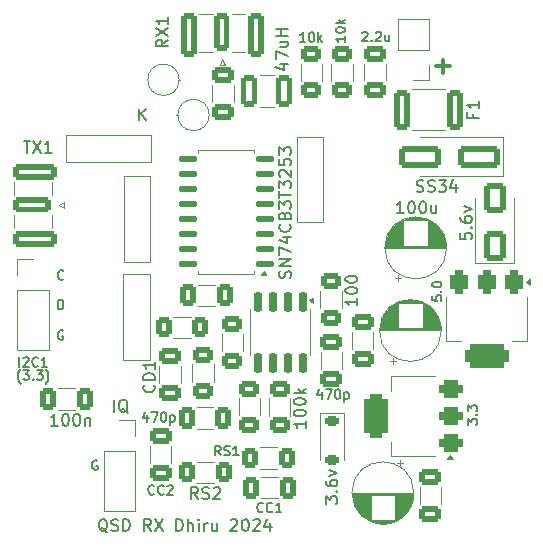
<source format=gbr>
%TF.GenerationSoftware,KiCad,Pcbnew,8.0.3-unknown-202406242120~006f0a95c1~ubuntu22.04.1*%
%TF.CreationDate,2024-06-25T16:46:03+05:30*%
%TF.ProjectId,SDR-Board,5344522d-426f-4617-9264-2e6b69636164,rev?*%
%TF.SameCoordinates,Original*%
%TF.FileFunction,Legend,Top*%
%TF.FilePolarity,Positive*%
%FSLAX46Y46*%
G04 Gerber Fmt 4.6, Leading zero omitted, Abs format (unit mm)*
G04 Created by KiCad (PCBNEW 8.0.3-unknown-202406242120~006f0a95c1~ubuntu22.04.1) date 2024-06-25 16:46:03*
%MOMM*%
%LPD*%
G01*
G04 APERTURE LIST*
G04 Aperture macros list*
%AMRoundRect*
0 Rectangle with rounded corners*
0 $1 Rounding radius*
0 $2 $3 $4 $5 $6 $7 $8 $9 X,Y pos of 4 corners*
0 Add a 4 corners polygon primitive as box body*
4,1,4,$2,$3,$4,$5,$6,$7,$8,$9,$2,$3,0*
0 Add four circle primitives for the rounded corners*
1,1,$1+$1,$2,$3*
1,1,$1+$1,$4,$5*
1,1,$1+$1,$6,$7*
1,1,$1+$1,$8,$9*
0 Add four rect primitives between the rounded corners*
20,1,$1+$1,$2,$3,$4,$5,0*
20,1,$1+$1,$4,$5,$6,$7,0*
20,1,$1+$1,$6,$7,$8,$9,0*
20,1,$1+$1,$8,$9,$2,$3,0*%
G04 Aperture macros list end*
%ADD10C,0.200000*%
%ADD11C,0.300000*%
%ADD12C,0.150000*%
%ADD13C,0.120000*%
%ADD14RoundRect,0.250000X0.400000X0.625000X-0.400000X0.625000X-0.400000X-0.625000X0.400000X-0.625000X0*%
%ADD15RoundRect,0.250000X-0.650000X0.412500X-0.650000X-0.412500X0.650000X-0.412500X0.650000X0.412500X0*%
%ADD16RoundRect,0.250000X0.650000X-1.000000X0.650000X1.000000X-0.650000X1.000000X-0.650000X-1.000000X0*%
%ADD17RoundRect,0.250000X0.650000X-0.412500X0.650000X0.412500X-0.650000X0.412500X-0.650000X-0.412500X0*%
%ADD18RoundRect,0.250000X-0.412500X-0.650000X0.412500X-0.650000X0.412500X0.650000X-0.412500X0.650000X0*%
%ADD19RoundRect,0.250000X-0.625000X0.400000X-0.625000X-0.400000X0.625000X-0.400000X0.625000X0.400000X0*%
%ADD20RoundRect,0.137500X0.662500X0.137500X-0.662500X0.137500X-0.662500X-0.137500X0.662500X-0.137500X0*%
%ADD21C,1.600000*%
%ADD22RoundRect,0.150000X-0.150000X0.725000X-0.150000X-0.725000X0.150000X-0.725000X0.150000X0.725000X0*%
%ADD23C,0.800000*%
%ADD24C,6.400000*%
%ADD25R,1.700000X1.700000*%
%ADD26O,1.700000X1.700000*%
%ADD27RoundRect,0.250001X0.462499X1.074999X-0.462499X1.074999X-0.462499X-1.074999X0.462499X-1.074999X0*%
%ADD28RoundRect,0.250000X0.625000X-0.400000X0.625000X0.400000X-0.625000X0.400000X-0.625000X-0.400000X0*%
%ADD29C,1.800000*%
%ADD30RoundRect,0.375000X0.625000X0.375000X-0.625000X0.375000X-0.625000X-0.375000X0.625000X-0.375000X0*%
%ADD31RoundRect,0.500000X0.500000X1.400000X-0.500000X1.400000X-0.500000X-1.400000X0.500000X-1.400000X0*%
%ADD32RoundRect,0.250000X0.385000X1.350000X-0.385000X1.350000X-0.385000X-1.350000X0.385000X-1.350000X0*%
%ADD33RoundRect,0.250000X0.425000X1.600000X-0.425000X1.600000X-0.425000X-1.600000X0.425000X-1.600000X0*%
%ADD34R,1.600000X1.600000*%
%ADD35O,1.600000X1.600000*%
%ADD36RoundRect,0.375000X-0.375000X0.625000X-0.375000X-0.625000X0.375000X-0.625000X0.375000X0.625000X0*%
%ADD37RoundRect,0.500000X-1.400000X0.500000X-1.400000X-0.500000X1.400000X-0.500000X1.400000X0.500000X0*%
%ADD38RoundRect,0.250000X0.412500X0.650000X-0.412500X0.650000X-0.412500X-0.650000X0.412500X-0.650000X0*%
%ADD39RoundRect,0.250000X-1.350000X0.385000X-1.350000X-0.385000X1.350000X-0.385000X1.350000X0.385000X0*%
%ADD40RoundRect,0.250000X-1.600000X0.425000X-1.600000X-0.425000X1.600000X-0.425000X1.600000X0.425000X0*%
%ADD41RoundRect,0.250000X-0.400000X-0.625000X0.400000X-0.625000X0.400000X0.625000X-0.400000X0.625000X0*%
%ADD42RoundRect,0.225000X-0.375000X0.225000X-0.375000X-0.225000X0.375000X-0.225000X0.375000X0.225000X0*%
%ADD43RoundRect,0.250000X1.500000X0.650000X-1.500000X0.650000X-1.500000X-0.650000X1.500000X-0.650000X0*%
%ADD44RoundRect,0.250000X-0.400000X-1.450000X0.400000X-1.450000X0.400000X1.450000X-0.400000X1.450000X0*%
G04 APERTURE END LIST*
D10*
X126981695Y-78036993D02*
X126981695Y-78417945D01*
X126981695Y-78417945D02*
X127362647Y-78456041D01*
X127362647Y-78456041D02*
X127324552Y-78417945D01*
X127324552Y-78417945D02*
X127286457Y-78341755D01*
X127286457Y-78341755D02*
X127286457Y-78151279D01*
X127286457Y-78151279D02*
X127324552Y-78075088D01*
X127324552Y-78075088D02*
X127362647Y-78036993D01*
X127362647Y-78036993D02*
X127438838Y-77998898D01*
X127438838Y-77998898D02*
X127629314Y-77998898D01*
X127629314Y-77998898D02*
X127705504Y-78036993D01*
X127705504Y-78036993D02*
X127743600Y-78075088D01*
X127743600Y-78075088D02*
X127781695Y-78151279D01*
X127781695Y-78151279D02*
X127781695Y-78341755D01*
X127781695Y-78341755D02*
X127743600Y-78417945D01*
X127743600Y-78417945D02*
X127705504Y-78456041D01*
X127705504Y-77656040D02*
X127743600Y-77617945D01*
X127743600Y-77617945D02*
X127781695Y-77656040D01*
X127781695Y-77656040D02*
X127743600Y-77694136D01*
X127743600Y-77694136D02*
X127705504Y-77656040D01*
X127705504Y-77656040D02*
X127781695Y-77656040D01*
X126981695Y-77122707D02*
X126981695Y-77046517D01*
X126981695Y-77046517D02*
X127019790Y-76970326D01*
X127019790Y-76970326D02*
X127057885Y-76932231D01*
X127057885Y-76932231D02*
X127134076Y-76894136D01*
X127134076Y-76894136D02*
X127286457Y-76856041D01*
X127286457Y-76856041D02*
X127476933Y-76856041D01*
X127476933Y-76856041D02*
X127629314Y-76894136D01*
X127629314Y-76894136D02*
X127705504Y-76932231D01*
X127705504Y-76932231D02*
X127743600Y-76970326D01*
X127743600Y-76970326D02*
X127781695Y-77046517D01*
X127781695Y-77046517D02*
X127781695Y-77122707D01*
X127781695Y-77122707D02*
X127743600Y-77198898D01*
X127743600Y-77198898D02*
X127705504Y-77236993D01*
X127705504Y-77236993D02*
X127629314Y-77275088D01*
X127629314Y-77275088D02*
X127476933Y-77313184D01*
X127476933Y-77313184D02*
X127286457Y-77313184D01*
X127286457Y-77313184D02*
X127134076Y-77275088D01*
X127134076Y-77275088D02*
X127057885Y-77236993D01*
X127057885Y-77236993D02*
X127019790Y-77198898D01*
X127019790Y-77198898D02*
X126981695Y-77122707D01*
X95741101Y-81029790D02*
X95664911Y-80991695D01*
X95664911Y-80991695D02*
X95550625Y-80991695D01*
X95550625Y-80991695D02*
X95436339Y-81029790D01*
X95436339Y-81029790D02*
X95360149Y-81105980D01*
X95360149Y-81105980D02*
X95322054Y-81182171D01*
X95322054Y-81182171D02*
X95283958Y-81334552D01*
X95283958Y-81334552D02*
X95283958Y-81448838D01*
X95283958Y-81448838D02*
X95322054Y-81601219D01*
X95322054Y-81601219D02*
X95360149Y-81677409D01*
X95360149Y-81677409D02*
X95436339Y-81753600D01*
X95436339Y-81753600D02*
X95550625Y-81791695D01*
X95550625Y-81791695D02*
X95626816Y-81791695D01*
X95626816Y-81791695D02*
X95741101Y-81753600D01*
X95741101Y-81753600D02*
X95779197Y-81715504D01*
X95779197Y-81715504D02*
X95779197Y-81448838D01*
X95779197Y-81448838D02*
X95626816Y-81448838D01*
X129991695Y-88954136D02*
X129991695Y-88458898D01*
X129991695Y-88458898D02*
X130296457Y-88725564D01*
X130296457Y-88725564D02*
X130296457Y-88611279D01*
X130296457Y-88611279D02*
X130334552Y-88535088D01*
X130334552Y-88535088D02*
X130372647Y-88496993D01*
X130372647Y-88496993D02*
X130448838Y-88458898D01*
X130448838Y-88458898D02*
X130639314Y-88458898D01*
X130639314Y-88458898D02*
X130715504Y-88496993D01*
X130715504Y-88496993D02*
X130753600Y-88535088D01*
X130753600Y-88535088D02*
X130791695Y-88611279D01*
X130791695Y-88611279D02*
X130791695Y-88839850D01*
X130791695Y-88839850D02*
X130753600Y-88916041D01*
X130753600Y-88916041D02*
X130715504Y-88954136D01*
X130715504Y-88116040D02*
X130753600Y-88077945D01*
X130753600Y-88077945D02*
X130791695Y-88116040D01*
X130791695Y-88116040D02*
X130753600Y-88154136D01*
X130753600Y-88154136D02*
X130715504Y-88116040D01*
X130715504Y-88116040D02*
X130791695Y-88116040D01*
X129991695Y-87811279D02*
X129991695Y-87316041D01*
X129991695Y-87316041D02*
X130296457Y-87582707D01*
X130296457Y-87582707D02*
X130296457Y-87468422D01*
X130296457Y-87468422D02*
X130334552Y-87392231D01*
X130334552Y-87392231D02*
X130372647Y-87354136D01*
X130372647Y-87354136D02*
X130448838Y-87316041D01*
X130448838Y-87316041D02*
X130639314Y-87316041D01*
X130639314Y-87316041D02*
X130715504Y-87354136D01*
X130715504Y-87354136D02*
X130753600Y-87392231D01*
X130753600Y-87392231D02*
X130791695Y-87468422D01*
X130791695Y-87468422D02*
X130791695Y-87696993D01*
X130791695Y-87696993D02*
X130753600Y-87773184D01*
X130753600Y-87773184D02*
X130715504Y-87811279D01*
D11*
X127354510Y-58629400D02*
X128497368Y-58629400D01*
X127925939Y-59200828D02*
X127925939Y-58057971D01*
D10*
X95322054Y-79191695D02*
X95322054Y-78391695D01*
X95322054Y-78391695D02*
X95512530Y-78391695D01*
X95512530Y-78391695D02*
X95626816Y-78429790D01*
X95626816Y-78429790D02*
X95703006Y-78505980D01*
X95703006Y-78505980D02*
X95741101Y-78582171D01*
X95741101Y-78582171D02*
X95779197Y-78734552D01*
X95779197Y-78734552D02*
X95779197Y-78848838D01*
X95779197Y-78848838D02*
X95741101Y-79001219D01*
X95741101Y-79001219D02*
X95703006Y-79077409D01*
X95703006Y-79077409D02*
X95626816Y-79153600D01*
X95626816Y-79153600D02*
X95512530Y-79191695D01*
X95512530Y-79191695D02*
X95322054Y-79191695D01*
X92140625Y-85486457D02*
X92102530Y-85448361D01*
X92102530Y-85448361D02*
X92026339Y-85334076D01*
X92026339Y-85334076D02*
X91988244Y-85257885D01*
X91988244Y-85257885D02*
X91950149Y-85143600D01*
X91950149Y-85143600D02*
X91912054Y-84953123D01*
X91912054Y-84953123D02*
X91912054Y-84800742D01*
X91912054Y-84800742D02*
X91950149Y-84610266D01*
X91950149Y-84610266D02*
X91988244Y-84495980D01*
X91988244Y-84495980D02*
X92026339Y-84419790D01*
X92026339Y-84419790D02*
X92102530Y-84305504D01*
X92102530Y-84305504D02*
X92140625Y-84267409D01*
X92369196Y-84381695D02*
X92864434Y-84381695D01*
X92864434Y-84381695D02*
X92597768Y-84686457D01*
X92597768Y-84686457D02*
X92712053Y-84686457D01*
X92712053Y-84686457D02*
X92788244Y-84724552D01*
X92788244Y-84724552D02*
X92826339Y-84762647D01*
X92826339Y-84762647D02*
X92864434Y-84838838D01*
X92864434Y-84838838D02*
X92864434Y-85029314D01*
X92864434Y-85029314D02*
X92826339Y-85105504D01*
X92826339Y-85105504D02*
X92788244Y-85143600D01*
X92788244Y-85143600D02*
X92712053Y-85181695D01*
X92712053Y-85181695D02*
X92483482Y-85181695D01*
X92483482Y-85181695D02*
X92407291Y-85143600D01*
X92407291Y-85143600D02*
X92369196Y-85105504D01*
X93207292Y-85105504D02*
X93245387Y-85143600D01*
X93245387Y-85143600D02*
X93207292Y-85181695D01*
X93207292Y-85181695D02*
X93169196Y-85143600D01*
X93169196Y-85143600D02*
X93207292Y-85105504D01*
X93207292Y-85105504D02*
X93207292Y-85181695D01*
X93512053Y-84381695D02*
X94007291Y-84381695D01*
X94007291Y-84381695D02*
X93740625Y-84686457D01*
X93740625Y-84686457D02*
X93854910Y-84686457D01*
X93854910Y-84686457D02*
X93931101Y-84724552D01*
X93931101Y-84724552D02*
X93969196Y-84762647D01*
X93969196Y-84762647D02*
X94007291Y-84838838D01*
X94007291Y-84838838D02*
X94007291Y-85029314D01*
X94007291Y-85029314D02*
X93969196Y-85105504D01*
X93969196Y-85105504D02*
X93931101Y-85143600D01*
X93931101Y-85143600D02*
X93854910Y-85181695D01*
X93854910Y-85181695D02*
X93626339Y-85181695D01*
X93626339Y-85181695D02*
X93550148Y-85143600D01*
X93550148Y-85143600D02*
X93512053Y-85105504D01*
X94273958Y-85486457D02*
X94312053Y-85448361D01*
X94312053Y-85448361D02*
X94388244Y-85334076D01*
X94388244Y-85334076D02*
X94426339Y-85257885D01*
X94426339Y-85257885D02*
X94464434Y-85143600D01*
X94464434Y-85143600D02*
X94502530Y-84953123D01*
X94502530Y-84953123D02*
X94502530Y-84800742D01*
X94502530Y-84800742D02*
X94464434Y-84610266D01*
X94464434Y-84610266D02*
X94426339Y-84495980D01*
X94426339Y-84495980D02*
X94388244Y-84419790D01*
X94388244Y-84419790D02*
X94312053Y-84305504D01*
X94312053Y-84305504D02*
X94273958Y-84267409D01*
D12*
X99503445Y-98065057D02*
X99408207Y-98017438D01*
X99408207Y-98017438D02*
X99312969Y-97922200D01*
X99312969Y-97922200D02*
X99170112Y-97779342D01*
X99170112Y-97779342D02*
X99074874Y-97731723D01*
X99074874Y-97731723D02*
X98979636Y-97731723D01*
X99027255Y-97969819D02*
X98932017Y-97922200D01*
X98932017Y-97922200D02*
X98836779Y-97826961D01*
X98836779Y-97826961D02*
X98789160Y-97636485D01*
X98789160Y-97636485D02*
X98789160Y-97303152D01*
X98789160Y-97303152D02*
X98836779Y-97112676D01*
X98836779Y-97112676D02*
X98932017Y-97017438D01*
X98932017Y-97017438D02*
X99027255Y-96969819D01*
X99027255Y-96969819D02*
X99217731Y-96969819D01*
X99217731Y-96969819D02*
X99312969Y-97017438D01*
X99312969Y-97017438D02*
X99408207Y-97112676D01*
X99408207Y-97112676D02*
X99455826Y-97303152D01*
X99455826Y-97303152D02*
X99455826Y-97636485D01*
X99455826Y-97636485D02*
X99408207Y-97826961D01*
X99408207Y-97826961D02*
X99312969Y-97922200D01*
X99312969Y-97922200D02*
X99217731Y-97969819D01*
X99217731Y-97969819D02*
X99027255Y-97969819D01*
X99836779Y-97922200D02*
X99979636Y-97969819D01*
X99979636Y-97969819D02*
X100217731Y-97969819D01*
X100217731Y-97969819D02*
X100312969Y-97922200D01*
X100312969Y-97922200D02*
X100360588Y-97874580D01*
X100360588Y-97874580D02*
X100408207Y-97779342D01*
X100408207Y-97779342D02*
X100408207Y-97684104D01*
X100408207Y-97684104D02*
X100360588Y-97588866D01*
X100360588Y-97588866D02*
X100312969Y-97541247D01*
X100312969Y-97541247D02*
X100217731Y-97493628D01*
X100217731Y-97493628D02*
X100027255Y-97446009D01*
X100027255Y-97446009D02*
X99932017Y-97398390D01*
X99932017Y-97398390D02*
X99884398Y-97350771D01*
X99884398Y-97350771D02*
X99836779Y-97255533D01*
X99836779Y-97255533D02*
X99836779Y-97160295D01*
X99836779Y-97160295D02*
X99884398Y-97065057D01*
X99884398Y-97065057D02*
X99932017Y-97017438D01*
X99932017Y-97017438D02*
X100027255Y-96969819D01*
X100027255Y-96969819D02*
X100265350Y-96969819D01*
X100265350Y-96969819D02*
X100408207Y-97017438D01*
X100836779Y-97969819D02*
X100836779Y-96969819D01*
X100836779Y-96969819D02*
X101074874Y-96969819D01*
X101074874Y-96969819D02*
X101217731Y-97017438D01*
X101217731Y-97017438D02*
X101312969Y-97112676D01*
X101312969Y-97112676D02*
X101360588Y-97207914D01*
X101360588Y-97207914D02*
X101408207Y-97398390D01*
X101408207Y-97398390D02*
X101408207Y-97541247D01*
X101408207Y-97541247D02*
X101360588Y-97731723D01*
X101360588Y-97731723D02*
X101312969Y-97826961D01*
X101312969Y-97826961D02*
X101217731Y-97922200D01*
X101217731Y-97922200D02*
X101074874Y-97969819D01*
X101074874Y-97969819D02*
X100836779Y-97969819D01*
X103170112Y-97969819D02*
X102836779Y-97493628D01*
X102598684Y-97969819D02*
X102598684Y-96969819D01*
X102598684Y-96969819D02*
X102979636Y-96969819D01*
X102979636Y-96969819D02*
X103074874Y-97017438D01*
X103074874Y-97017438D02*
X103122493Y-97065057D01*
X103122493Y-97065057D02*
X103170112Y-97160295D01*
X103170112Y-97160295D02*
X103170112Y-97303152D01*
X103170112Y-97303152D02*
X103122493Y-97398390D01*
X103122493Y-97398390D02*
X103074874Y-97446009D01*
X103074874Y-97446009D02*
X102979636Y-97493628D01*
X102979636Y-97493628D02*
X102598684Y-97493628D01*
X103503446Y-96969819D02*
X104170112Y-97969819D01*
X104170112Y-96969819D02*
X103503446Y-97969819D01*
X105312970Y-97969819D02*
X105312970Y-96969819D01*
X105312970Y-96969819D02*
X105551065Y-96969819D01*
X105551065Y-96969819D02*
X105693922Y-97017438D01*
X105693922Y-97017438D02*
X105789160Y-97112676D01*
X105789160Y-97112676D02*
X105836779Y-97207914D01*
X105836779Y-97207914D02*
X105884398Y-97398390D01*
X105884398Y-97398390D02*
X105884398Y-97541247D01*
X105884398Y-97541247D02*
X105836779Y-97731723D01*
X105836779Y-97731723D02*
X105789160Y-97826961D01*
X105789160Y-97826961D02*
X105693922Y-97922200D01*
X105693922Y-97922200D02*
X105551065Y-97969819D01*
X105551065Y-97969819D02*
X105312970Y-97969819D01*
X106312970Y-97969819D02*
X106312970Y-96969819D01*
X106741541Y-97969819D02*
X106741541Y-97446009D01*
X106741541Y-97446009D02*
X106693922Y-97350771D01*
X106693922Y-97350771D02*
X106598684Y-97303152D01*
X106598684Y-97303152D02*
X106455827Y-97303152D01*
X106455827Y-97303152D02*
X106360589Y-97350771D01*
X106360589Y-97350771D02*
X106312970Y-97398390D01*
X107217732Y-97969819D02*
X107217732Y-97303152D01*
X107217732Y-96969819D02*
X107170113Y-97017438D01*
X107170113Y-97017438D02*
X107217732Y-97065057D01*
X107217732Y-97065057D02*
X107265351Y-97017438D01*
X107265351Y-97017438D02*
X107217732Y-96969819D01*
X107217732Y-96969819D02*
X107217732Y-97065057D01*
X107693922Y-97969819D02*
X107693922Y-97303152D01*
X107693922Y-97493628D02*
X107741541Y-97398390D01*
X107741541Y-97398390D02*
X107789160Y-97350771D01*
X107789160Y-97350771D02*
X107884398Y-97303152D01*
X107884398Y-97303152D02*
X107979636Y-97303152D01*
X108741541Y-97303152D02*
X108741541Y-97969819D01*
X108312970Y-97303152D02*
X108312970Y-97826961D01*
X108312970Y-97826961D02*
X108360589Y-97922200D01*
X108360589Y-97922200D02*
X108455827Y-97969819D01*
X108455827Y-97969819D02*
X108598684Y-97969819D01*
X108598684Y-97969819D02*
X108693922Y-97922200D01*
X108693922Y-97922200D02*
X108741541Y-97874580D01*
X109932018Y-97065057D02*
X109979637Y-97017438D01*
X109979637Y-97017438D02*
X110074875Y-96969819D01*
X110074875Y-96969819D02*
X110312970Y-96969819D01*
X110312970Y-96969819D02*
X110408208Y-97017438D01*
X110408208Y-97017438D02*
X110455827Y-97065057D01*
X110455827Y-97065057D02*
X110503446Y-97160295D01*
X110503446Y-97160295D02*
X110503446Y-97255533D01*
X110503446Y-97255533D02*
X110455827Y-97398390D01*
X110455827Y-97398390D02*
X109884399Y-97969819D01*
X109884399Y-97969819D02*
X110503446Y-97969819D01*
X111122494Y-96969819D02*
X111217732Y-96969819D01*
X111217732Y-96969819D02*
X111312970Y-97017438D01*
X111312970Y-97017438D02*
X111360589Y-97065057D01*
X111360589Y-97065057D02*
X111408208Y-97160295D01*
X111408208Y-97160295D02*
X111455827Y-97350771D01*
X111455827Y-97350771D02*
X111455827Y-97588866D01*
X111455827Y-97588866D02*
X111408208Y-97779342D01*
X111408208Y-97779342D02*
X111360589Y-97874580D01*
X111360589Y-97874580D02*
X111312970Y-97922200D01*
X111312970Y-97922200D02*
X111217732Y-97969819D01*
X111217732Y-97969819D02*
X111122494Y-97969819D01*
X111122494Y-97969819D02*
X111027256Y-97922200D01*
X111027256Y-97922200D02*
X110979637Y-97874580D01*
X110979637Y-97874580D02*
X110932018Y-97779342D01*
X110932018Y-97779342D02*
X110884399Y-97588866D01*
X110884399Y-97588866D02*
X110884399Y-97350771D01*
X110884399Y-97350771D02*
X110932018Y-97160295D01*
X110932018Y-97160295D02*
X110979637Y-97065057D01*
X110979637Y-97065057D02*
X111027256Y-97017438D01*
X111027256Y-97017438D02*
X111122494Y-96969819D01*
X111836780Y-97065057D02*
X111884399Y-97017438D01*
X111884399Y-97017438D02*
X111979637Y-96969819D01*
X111979637Y-96969819D02*
X112217732Y-96969819D01*
X112217732Y-96969819D02*
X112312970Y-97017438D01*
X112312970Y-97017438D02*
X112360589Y-97065057D01*
X112360589Y-97065057D02*
X112408208Y-97160295D01*
X112408208Y-97160295D02*
X112408208Y-97255533D01*
X112408208Y-97255533D02*
X112360589Y-97398390D01*
X112360589Y-97398390D02*
X111789161Y-97969819D01*
X111789161Y-97969819D02*
X112408208Y-97969819D01*
X113265351Y-97303152D02*
X113265351Y-97969819D01*
X113027256Y-96922200D02*
X112789161Y-97636485D01*
X112789161Y-97636485D02*
X113408208Y-97636485D01*
D10*
X95779197Y-76615504D02*
X95741101Y-76653600D01*
X95741101Y-76653600D02*
X95626816Y-76691695D01*
X95626816Y-76691695D02*
X95550625Y-76691695D01*
X95550625Y-76691695D02*
X95436339Y-76653600D01*
X95436339Y-76653600D02*
X95360149Y-76577409D01*
X95360149Y-76577409D02*
X95322054Y-76501219D01*
X95322054Y-76501219D02*
X95283958Y-76348838D01*
X95283958Y-76348838D02*
X95283958Y-76234552D01*
X95283958Y-76234552D02*
X95322054Y-76082171D01*
X95322054Y-76082171D02*
X95360149Y-76005980D01*
X95360149Y-76005980D02*
X95436339Y-75929790D01*
X95436339Y-75929790D02*
X95550625Y-75891695D01*
X95550625Y-75891695D02*
X95626816Y-75891695D01*
X95626816Y-75891695D02*
X95741101Y-75929790D01*
X95741101Y-75929790D02*
X95779197Y-75967885D01*
X98641101Y-92029790D02*
X98564911Y-91991695D01*
X98564911Y-91991695D02*
X98450625Y-91991695D01*
X98450625Y-91991695D02*
X98336339Y-92029790D01*
X98336339Y-92029790D02*
X98260149Y-92105980D01*
X98260149Y-92105980D02*
X98222054Y-92182171D01*
X98222054Y-92182171D02*
X98183958Y-92334552D01*
X98183958Y-92334552D02*
X98183958Y-92448838D01*
X98183958Y-92448838D02*
X98222054Y-92601219D01*
X98222054Y-92601219D02*
X98260149Y-92677409D01*
X98260149Y-92677409D02*
X98336339Y-92753600D01*
X98336339Y-92753600D02*
X98450625Y-92791695D01*
X98450625Y-92791695D02*
X98526816Y-92791695D01*
X98526816Y-92791695D02*
X98641101Y-92753600D01*
X98641101Y-92753600D02*
X98679197Y-92715504D01*
X98679197Y-92715504D02*
X98679197Y-92448838D01*
X98679197Y-92448838D02*
X98526816Y-92448838D01*
D12*
X109085714Y-91562295D02*
X108819047Y-91181342D01*
X108628571Y-91562295D02*
X108628571Y-90762295D01*
X108628571Y-90762295D02*
X108933333Y-90762295D01*
X108933333Y-90762295D02*
X109009523Y-90800390D01*
X109009523Y-90800390D02*
X109047618Y-90838485D01*
X109047618Y-90838485D02*
X109085714Y-90914676D01*
X109085714Y-90914676D02*
X109085714Y-91028961D01*
X109085714Y-91028961D02*
X109047618Y-91105152D01*
X109047618Y-91105152D02*
X109009523Y-91143247D01*
X109009523Y-91143247D02*
X108933333Y-91181342D01*
X108933333Y-91181342D02*
X108628571Y-91181342D01*
X109390475Y-91524200D02*
X109504761Y-91562295D01*
X109504761Y-91562295D02*
X109695237Y-91562295D01*
X109695237Y-91562295D02*
X109771428Y-91524200D01*
X109771428Y-91524200D02*
X109809523Y-91486104D01*
X109809523Y-91486104D02*
X109847618Y-91409914D01*
X109847618Y-91409914D02*
X109847618Y-91333723D01*
X109847618Y-91333723D02*
X109809523Y-91257533D01*
X109809523Y-91257533D02*
X109771428Y-91219438D01*
X109771428Y-91219438D02*
X109695237Y-91181342D01*
X109695237Y-91181342D02*
X109542856Y-91143247D01*
X109542856Y-91143247D02*
X109466666Y-91105152D01*
X109466666Y-91105152D02*
X109428571Y-91067057D01*
X109428571Y-91067057D02*
X109390475Y-90990866D01*
X109390475Y-90990866D02*
X109390475Y-90914676D01*
X109390475Y-90914676D02*
X109428571Y-90838485D01*
X109428571Y-90838485D02*
X109466666Y-90800390D01*
X109466666Y-90800390D02*
X109542856Y-90762295D01*
X109542856Y-90762295D02*
X109733333Y-90762295D01*
X109733333Y-90762295D02*
X109847618Y-90800390D01*
X110609523Y-91562295D02*
X110152380Y-91562295D01*
X110380952Y-91562295D02*
X110380952Y-90762295D01*
X110380952Y-90762295D02*
X110304761Y-90876580D01*
X110304761Y-90876580D02*
X110228571Y-90952771D01*
X110228571Y-90952771D02*
X110152380Y-90990866D01*
X129354819Y-72757142D02*
X129354819Y-73233332D01*
X129354819Y-73233332D02*
X129831009Y-73280951D01*
X129831009Y-73280951D02*
X129783390Y-73233332D01*
X129783390Y-73233332D02*
X129735771Y-73138094D01*
X129735771Y-73138094D02*
X129735771Y-72899999D01*
X129735771Y-72899999D02*
X129783390Y-72804761D01*
X129783390Y-72804761D02*
X129831009Y-72757142D01*
X129831009Y-72757142D02*
X129926247Y-72709523D01*
X129926247Y-72709523D02*
X130164342Y-72709523D01*
X130164342Y-72709523D02*
X130259580Y-72757142D01*
X130259580Y-72757142D02*
X130307200Y-72804761D01*
X130307200Y-72804761D02*
X130354819Y-72899999D01*
X130354819Y-72899999D02*
X130354819Y-73138094D01*
X130354819Y-73138094D02*
X130307200Y-73233332D01*
X130307200Y-73233332D02*
X130259580Y-73280951D01*
X130259580Y-72280951D02*
X130307200Y-72233332D01*
X130307200Y-72233332D02*
X130354819Y-72280951D01*
X130354819Y-72280951D02*
X130307200Y-72328570D01*
X130307200Y-72328570D02*
X130259580Y-72280951D01*
X130259580Y-72280951D02*
X130354819Y-72280951D01*
X129354819Y-71376190D02*
X129354819Y-71566666D01*
X129354819Y-71566666D02*
X129402438Y-71661904D01*
X129402438Y-71661904D02*
X129450057Y-71709523D01*
X129450057Y-71709523D02*
X129592914Y-71804761D01*
X129592914Y-71804761D02*
X129783390Y-71852380D01*
X129783390Y-71852380D02*
X130164342Y-71852380D01*
X130164342Y-71852380D02*
X130259580Y-71804761D01*
X130259580Y-71804761D02*
X130307200Y-71757142D01*
X130307200Y-71757142D02*
X130354819Y-71661904D01*
X130354819Y-71661904D02*
X130354819Y-71471428D01*
X130354819Y-71471428D02*
X130307200Y-71376190D01*
X130307200Y-71376190D02*
X130259580Y-71328571D01*
X130259580Y-71328571D02*
X130164342Y-71280952D01*
X130164342Y-71280952D02*
X129926247Y-71280952D01*
X129926247Y-71280952D02*
X129831009Y-71328571D01*
X129831009Y-71328571D02*
X129783390Y-71376190D01*
X129783390Y-71376190D02*
X129735771Y-71471428D01*
X129735771Y-71471428D02*
X129735771Y-71661904D01*
X129735771Y-71661904D02*
X129783390Y-71757142D01*
X129783390Y-71757142D02*
X129831009Y-71804761D01*
X129831009Y-71804761D02*
X129926247Y-71852380D01*
X129688152Y-70947618D02*
X130354819Y-70709523D01*
X130354819Y-70709523D02*
X129688152Y-70471428D01*
X116263809Y-56542295D02*
X115806666Y-56542295D01*
X116035238Y-56542295D02*
X116035238Y-55742295D01*
X116035238Y-55742295D02*
X115959047Y-55856580D01*
X115959047Y-55856580D02*
X115882857Y-55932771D01*
X115882857Y-55932771D02*
X115806666Y-55970866D01*
X116759048Y-55742295D02*
X116835238Y-55742295D01*
X116835238Y-55742295D02*
X116911429Y-55780390D01*
X116911429Y-55780390D02*
X116949524Y-55818485D01*
X116949524Y-55818485D02*
X116987619Y-55894676D01*
X116987619Y-55894676D02*
X117025714Y-56047057D01*
X117025714Y-56047057D02*
X117025714Y-56237533D01*
X117025714Y-56237533D02*
X116987619Y-56389914D01*
X116987619Y-56389914D02*
X116949524Y-56466104D01*
X116949524Y-56466104D02*
X116911429Y-56504200D01*
X116911429Y-56504200D02*
X116835238Y-56542295D01*
X116835238Y-56542295D02*
X116759048Y-56542295D01*
X116759048Y-56542295D02*
X116682857Y-56504200D01*
X116682857Y-56504200D02*
X116644762Y-56466104D01*
X116644762Y-56466104D02*
X116606667Y-56389914D01*
X116606667Y-56389914D02*
X116568571Y-56237533D01*
X116568571Y-56237533D02*
X116568571Y-56047057D01*
X116568571Y-56047057D02*
X116606667Y-55894676D01*
X116606667Y-55894676D02*
X116644762Y-55818485D01*
X116644762Y-55818485D02*
X116682857Y-55780390D01*
X116682857Y-55780390D02*
X116759048Y-55742295D01*
X117368572Y-56542295D02*
X117368572Y-55742295D01*
X117444762Y-56237533D02*
X117673334Y-56542295D01*
X117673334Y-56008961D02*
X117368572Y-56313723D01*
X114997200Y-76533809D02*
X115044819Y-76390952D01*
X115044819Y-76390952D02*
X115044819Y-76152857D01*
X115044819Y-76152857D02*
X114997200Y-76057619D01*
X114997200Y-76057619D02*
X114949580Y-76010000D01*
X114949580Y-76010000D02*
X114854342Y-75962381D01*
X114854342Y-75962381D02*
X114759104Y-75962381D01*
X114759104Y-75962381D02*
X114663866Y-76010000D01*
X114663866Y-76010000D02*
X114616247Y-76057619D01*
X114616247Y-76057619D02*
X114568628Y-76152857D01*
X114568628Y-76152857D02*
X114521009Y-76343333D01*
X114521009Y-76343333D02*
X114473390Y-76438571D01*
X114473390Y-76438571D02*
X114425771Y-76486190D01*
X114425771Y-76486190D02*
X114330533Y-76533809D01*
X114330533Y-76533809D02*
X114235295Y-76533809D01*
X114235295Y-76533809D02*
X114140057Y-76486190D01*
X114140057Y-76486190D02*
X114092438Y-76438571D01*
X114092438Y-76438571D02*
X114044819Y-76343333D01*
X114044819Y-76343333D02*
X114044819Y-76105238D01*
X114044819Y-76105238D02*
X114092438Y-75962381D01*
X115044819Y-75533809D02*
X114044819Y-75533809D01*
X114044819Y-75533809D02*
X115044819Y-74962381D01*
X115044819Y-74962381D02*
X114044819Y-74962381D01*
X114044819Y-74581428D02*
X114044819Y-73914762D01*
X114044819Y-73914762D02*
X115044819Y-74343333D01*
X114378152Y-73105238D02*
X115044819Y-73105238D01*
X113997200Y-73343333D02*
X114711485Y-73581428D01*
X114711485Y-73581428D02*
X114711485Y-72962381D01*
X114949580Y-72010000D02*
X114997200Y-72057619D01*
X114997200Y-72057619D02*
X115044819Y-72200476D01*
X115044819Y-72200476D02*
X115044819Y-72295714D01*
X115044819Y-72295714D02*
X114997200Y-72438571D01*
X114997200Y-72438571D02*
X114901961Y-72533809D01*
X114901961Y-72533809D02*
X114806723Y-72581428D01*
X114806723Y-72581428D02*
X114616247Y-72629047D01*
X114616247Y-72629047D02*
X114473390Y-72629047D01*
X114473390Y-72629047D02*
X114282914Y-72581428D01*
X114282914Y-72581428D02*
X114187676Y-72533809D01*
X114187676Y-72533809D02*
X114092438Y-72438571D01*
X114092438Y-72438571D02*
X114044819Y-72295714D01*
X114044819Y-72295714D02*
X114044819Y-72200476D01*
X114044819Y-72200476D02*
X114092438Y-72057619D01*
X114092438Y-72057619D02*
X114140057Y-72010000D01*
X114521009Y-71248095D02*
X114568628Y-71105238D01*
X114568628Y-71105238D02*
X114616247Y-71057619D01*
X114616247Y-71057619D02*
X114711485Y-71010000D01*
X114711485Y-71010000D02*
X114854342Y-71010000D01*
X114854342Y-71010000D02*
X114949580Y-71057619D01*
X114949580Y-71057619D02*
X114997200Y-71105238D01*
X114997200Y-71105238D02*
X115044819Y-71200476D01*
X115044819Y-71200476D02*
X115044819Y-71581428D01*
X115044819Y-71581428D02*
X114044819Y-71581428D01*
X114044819Y-71581428D02*
X114044819Y-71248095D01*
X114044819Y-71248095D02*
X114092438Y-71152857D01*
X114092438Y-71152857D02*
X114140057Y-71105238D01*
X114140057Y-71105238D02*
X114235295Y-71057619D01*
X114235295Y-71057619D02*
X114330533Y-71057619D01*
X114330533Y-71057619D02*
X114425771Y-71105238D01*
X114425771Y-71105238D02*
X114473390Y-71152857D01*
X114473390Y-71152857D02*
X114521009Y-71248095D01*
X114521009Y-71248095D02*
X114521009Y-71581428D01*
X114044819Y-70676666D02*
X114044819Y-70057619D01*
X114044819Y-70057619D02*
X114425771Y-70390952D01*
X114425771Y-70390952D02*
X114425771Y-70248095D01*
X114425771Y-70248095D02*
X114473390Y-70152857D01*
X114473390Y-70152857D02*
X114521009Y-70105238D01*
X114521009Y-70105238D02*
X114616247Y-70057619D01*
X114616247Y-70057619D02*
X114854342Y-70057619D01*
X114854342Y-70057619D02*
X114949580Y-70105238D01*
X114949580Y-70105238D02*
X114997200Y-70152857D01*
X114997200Y-70152857D02*
X115044819Y-70248095D01*
X115044819Y-70248095D02*
X115044819Y-70533809D01*
X115044819Y-70533809D02*
X114997200Y-70629047D01*
X114997200Y-70629047D02*
X114949580Y-70676666D01*
X114044819Y-69771904D02*
X114044819Y-69200476D01*
X115044819Y-69486190D02*
X114044819Y-69486190D01*
X114044819Y-68962380D02*
X114044819Y-68343333D01*
X114044819Y-68343333D02*
X114425771Y-68676666D01*
X114425771Y-68676666D02*
X114425771Y-68533809D01*
X114425771Y-68533809D02*
X114473390Y-68438571D01*
X114473390Y-68438571D02*
X114521009Y-68390952D01*
X114521009Y-68390952D02*
X114616247Y-68343333D01*
X114616247Y-68343333D02*
X114854342Y-68343333D01*
X114854342Y-68343333D02*
X114949580Y-68390952D01*
X114949580Y-68390952D02*
X114997200Y-68438571D01*
X114997200Y-68438571D02*
X115044819Y-68533809D01*
X115044819Y-68533809D02*
X115044819Y-68819523D01*
X115044819Y-68819523D02*
X114997200Y-68914761D01*
X114997200Y-68914761D02*
X114949580Y-68962380D01*
X114140057Y-67962380D02*
X114092438Y-67914761D01*
X114092438Y-67914761D02*
X114044819Y-67819523D01*
X114044819Y-67819523D02*
X114044819Y-67581428D01*
X114044819Y-67581428D02*
X114092438Y-67486190D01*
X114092438Y-67486190D02*
X114140057Y-67438571D01*
X114140057Y-67438571D02*
X114235295Y-67390952D01*
X114235295Y-67390952D02*
X114330533Y-67390952D01*
X114330533Y-67390952D02*
X114473390Y-67438571D01*
X114473390Y-67438571D02*
X115044819Y-68009999D01*
X115044819Y-68009999D02*
X115044819Y-67390952D01*
X114044819Y-66486190D02*
X114044819Y-66962380D01*
X114044819Y-66962380D02*
X114521009Y-67009999D01*
X114521009Y-67009999D02*
X114473390Y-66962380D01*
X114473390Y-66962380D02*
X114425771Y-66867142D01*
X114425771Y-66867142D02*
X114425771Y-66629047D01*
X114425771Y-66629047D02*
X114473390Y-66533809D01*
X114473390Y-66533809D02*
X114521009Y-66486190D01*
X114521009Y-66486190D02*
X114616247Y-66438571D01*
X114616247Y-66438571D02*
X114854342Y-66438571D01*
X114854342Y-66438571D02*
X114949580Y-66486190D01*
X114949580Y-66486190D02*
X114997200Y-66533809D01*
X114997200Y-66533809D02*
X115044819Y-66629047D01*
X115044819Y-66629047D02*
X115044819Y-66867142D01*
X115044819Y-66867142D02*
X114997200Y-66962380D01*
X114997200Y-66962380D02*
X114949580Y-67009999D01*
X114044819Y-66105237D02*
X114044819Y-65486190D01*
X114044819Y-65486190D02*
X114425771Y-65819523D01*
X114425771Y-65819523D02*
X114425771Y-65676666D01*
X114425771Y-65676666D02*
X114473390Y-65581428D01*
X114473390Y-65581428D02*
X114521009Y-65533809D01*
X114521009Y-65533809D02*
X114616247Y-65486190D01*
X114616247Y-65486190D02*
X114854342Y-65486190D01*
X114854342Y-65486190D02*
X114949580Y-65533809D01*
X114949580Y-65533809D02*
X114997200Y-65581428D01*
X114997200Y-65581428D02*
X115044819Y-65676666D01*
X115044819Y-65676666D02*
X115044819Y-65962380D01*
X115044819Y-65962380D02*
X114997200Y-66057618D01*
X114997200Y-66057618D02*
X114949580Y-66105237D01*
X121088094Y-55768485D02*
X121126190Y-55730390D01*
X121126190Y-55730390D02*
X121202380Y-55692295D01*
X121202380Y-55692295D02*
X121392856Y-55692295D01*
X121392856Y-55692295D02*
X121469047Y-55730390D01*
X121469047Y-55730390D02*
X121507142Y-55768485D01*
X121507142Y-55768485D02*
X121545237Y-55844676D01*
X121545237Y-55844676D02*
X121545237Y-55920866D01*
X121545237Y-55920866D02*
X121507142Y-56035152D01*
X121507142Y-56035152D02*
X121049999Y-56492295D01*
X121049999Y-56492295D02*
X121545237Y-56492295D01*
X121888095Y-56416104D02*
X121926190Y-56454200D01*
X121926190Y-56454200D02*
X121888095Y-56492295D01*
X121888095Y-56492295D02*
X121849999Y-56454200D01*
X121849999Y-56454200D02*
X121888095Y-56416104D01*
X121888095Y-56416104D02*
X121888095Y-56492295D01*
X122230951Y-55768485D02*
X122269047Y-55730390D01*
X122269047Y-55730390D02*
X122345237Y-55692295D01*
X122345237Y-55692295D02*
X122535713Y-55692295D01*
X122535713Y-55692295D02*
X122611904Y-55730390D01*
X122611904Y-55730390D02*
X122649999Y-55768485D01*
X122649999Y-55768485D02*
X122688094Y-55844676D01*
X122688094Y-55844676D02*
X122688094Y-55920866D01*
X122688094Y-55920866D02*
X122649999Y-56035152D01*
X122649999Y-56035152D02*
X122192856Y-56492295D01*
X122192856Y-56492295D02*
X122688094Y-56492295D01*
X123373809Y-55958961D02*
X123373809Y-56492295D01*
X123030952Y-55958961D02*
X123030952Y-56378009D01*
X123030952Y-56378009D02*
X123069047Y-56454200D01*
X123069047Y-56454200D02*
X123145237Y-56492295D01*
X123145237Y-56492295D02*
X123259523Y-56492295D01*
X123259523Y-56492295D02*
X123335714Y-56454200D01*
X123335714Y-56454200D02*
X123373809Y-56416104D01*
X103456667Y-94806104D02*
X103418571Y-94844200D01*
X103418571Y-94844200D02*
X103304286Y-94882295D01*
X103304286Y-94882295D02*
X103228095Y-94882295D01*
X103228095Y-94882295D02*
X103113809Y-94844200D01*
X103113809Y-94844200D02*
X103037619Y-94768009D01*
X103037619Y-94768009D02*
X102999524Y-94691819D01*
X102999524Y-94691819D02*
X102961428Y-94539438D01*
X102961428Y-94539438D02*
X102961428Y-94425152D01*
X102961428Y-94425152D02*
X102999524Y-94272771D01*
X102999524Y-94272771D02*
X103037619Y-94196580D01*
X103037619Y-94196580D02*
X103113809Y-94120390D01*
X103113809Y-94120390D02*
X103228095Y-94082295D01*
X103228095Y-94082295D02*
X103304286Y-94082295D01*
X103304286Y-94082295D02*
X103418571Y-94120390D01*
X103418571Y-94120390D02*
X103456667Y-94158485D01*
X104256667Y-94806104D02*
X104218571Y-94844200D01*
X104218571Y-94844200D02*
X104104286Y-94882295D01*
X104104286Y-94882295D02*
X104028095Y-94882295D01*
X104028095Y-94882295D02*
X103913809Y-94844200D01*
X103913809Y-94844200D02*
X103837619Y-94768009D01*
X103837619Y-94768009D02*
X103799524Y-94691819D01*
X103799524Y-94691819D02*
X103761428Y-94539438D01*
X103761428Y-94539438D02*
X103761428Y-94425152D01*
X103761428Y-94425152D02*
X103799524Y-94272771D01*
X103799524Y-94272771D02*
X103837619Y-94196580D01*
X103837619Y-94196580D02*
X103913809Y-94120390D01*
X103913809Y-94120390D02*
X104028095Y-94082295D01*
X104028095Y-94082295D02*
X104104286Y-94082295D01*
X104104286Y-94082295D02*
X104218571Y-94120390D01*
X104218571Y-94120390D02*
X104256667Y-94158485D01*
X104561428Y-94158485D02*
X104599524Y-94120390D01*
X104599524Y-94120390D02*
X104675714Y-94082295D01*
X104675714Y-94082295D02*
X104866190Y-94082295D01*
X104866190Y-94082295D02*
X104942381Y-94120390D01*
X104942381Y-94120390D02*
X104980476Y-94158485D01*
X104980476Y-94158485D02*
X105018571Y-94234676D01*
X105018571Y-94234676D02*
X105018571Y-94310866D01*
X105018571Y-94310866D02*
X104980476Y-94425152D01*
X104980476Y-94425152D02*
X104523333Y-94882295D01*
X104523333Y-94882295D02*
X105018571Y-94882295D01*
X100076191Y-87854819D02*
X100076191Y-86854819D01*
X101219047Y-87950057D02*
X101123809Y-87902438D01*
X101123809Y-87902438D02*
X101028571Y-87807200D01*
X101028571Y-87807200D02*
X100885714Y-87664342D01*
X100885714Y-87664342D02*
X100790476Y-87616723D01*
X100790476Y-87616723D02*
X100695238Y-87616723D01*
X100742857Y-87854819D02*
X100647619Y-87807200D01*
X100647619Y-87807200D02*
X100552381Y-87711961D01*
X100552381Y-87711961D02*
X100504762Y-87521485D01*
X100504762Y-87521485D02*
X100504762Y-87188152D01*
X100504762Y-87188152D02*
X100552381Y-86997676D01*
X100552381Y-86997676D02*
X100647619Y-86902438D01*
X100647619Y-86902438D02*
X100742857Y-86854819D01*
X100742857Y-86854819D02*
X100933333Y-86854819D01*
X100933333Y-86854819D02*
X101028571Y-86902438D01*
X101028571Y-86902438D02*
X101123809Y-86997676D01*
X101123809Y-86997676D02*
X101171428Y-87188152D01*
X101171428Y-87188152D02*
X101171428Y-87521485D01*
X101171428Y-87521485D02*
X101123809Y-87711961D01*
X101123809Y-87711961D02*
X101028571Y-87807200D01*
X101028571Y-87807200D02*
X100933333Y-87854819D01*
X100933333Y-87854819D02*
X100742857Y-87854819D01*
X114088152Y-58461904D02*
X114754819Y-58461904D01*
X113707200Y-58699999D02*
X114421485Y-58938094D01*
X114421485Y-58938094D02*
X114421485Y-58319047D01*
X113754819Y-58033332D02*
X113754819Y-57366666D01*
X113754819Y-57366666D02*
X114754819Y-57795237D01*
X114088152Y-56557142D02*
X114754819Y-56557142D01*
X114088152Y-56985713D02*
X114611961Y-56985713D01*
X114611961Y-56985713D02*
X114707200Y-56938094D01*
X114707200Y-56938094D02*
X114754819Y-56842856D01*
X114754819Y-56842856D02*
X114754819Y-56699999D01*
X114754819Y-56699999D02*
X114707200Y-56604761D01*
X114707200Y-56604761D02*
X114659580Y-56557142D01*
X114754819Y-56080951D02*
X113754819Y-56080951D01*
X114231009Y-56080951D02*
X114231009Y-55509523D01*
X114754819Y-55509523D02*
X113754819Y-55509523D01*
X120654819Y-78266666D02*
X120654819Y-78838094D01*
X120654819Y-78552380D02*
X119654819Y-78552380D01*
X119654819Y-78552380D02*
X119797676Y-78647618D01*
X119797676Y-78647618D02*
X119892914Y-78742856D01*
X119892914Y-78742856D02*
X119940533Y-78838094D01*
X119654819Y-77647618D02*
X119654819Y-77552380D01*
X119654819Y-77552380D02*
X119702438Y-77457142D01*
X119702438Y-77457142D02*
X119750057Y-77409523D01*
X119750057Y-77409523D02*
X119845295Y-77361904D01*
X119845295Y-77361904D02*
X120035771Y-77314285D01*
X120035771Y-77314285D02*
X120273866Y-77314285D01*
X120273866Y-77314285D02*
X120464342Y-77361904D01*
X120464342Y-77361904D02*
X120559580Y-77409523D01*
X120559580Y-77409523D02*
X120607200Y-77457142D01*
X120607200Y-77457142D02*
X120654819Y-77552380D01*
X120654819Y-77552380D02*
X120654819Y-77647618D01*
X120654819Y-77647618D02*
X120607200Y-77742856D01*
X120607200Y-77742856D02*
X120559580Y-77790475D01*
X120559580Y-77790475D02*
X120464342Y-77838094D01*
X120464342Y-77838094D02*
X120273866Y-77885713D01*
X120273866Y-77885713D02*
X120035771Y-77885713D01*
X120035771Y-77885713D02*
X119845295Y-77838094D01*
X119845295Y-77838094D02*
X119750057Y-77790475D01*
X119750057Y-77790475D02*
X119702438Y-77742856D01*
X119702438Y-77742856D02*
X119654819Y-77647618D01*
X119654819Y-76695237D02*
X119654819Y-76599999D01*
X119654819Y-76599999D02*
X119702438Y-76504761D01*
X119702438Y-76504761D02*
X119750057Y-76457142D01*
X119750057Y-76457142D02*
X119845295Y-76409523D01*
X119845295Y-76409523D02*
X120035771Y-76361904D01*
X120035771Y-76361904D02*
X120273866Y-76361904D01*
X120273866Y-76361904D02*
X120464342Y-76409523D01*
X120464342Y-76409523D02*
X120559580Y-76457142D01*
X120559580Y-76457142D02*
X120607200Y-76504761D01*
X120607200Y-76504761D02*
X120654819Y-76599999D01*
X120654819Y-76599999D02*
X120654819Y-76695237D01*
X120654819Y-76695237D02*
X120607200Y-76790475D01*
X120607200Y-76790475D02*
X120559580Y-76838094D01*
X120559580Y-76838094D02*
X120464342Y-76885713D01*
X120464342Y-76885713D02*
X120273866Y-76933332D01*
X120273866Y-76933332D02*
X120035771Y-76933332D01*
X120035771Y-76933332D02*
X119845295Y-76885713D01*
X119845295Y-76885713D02*
X119750057Y-76838094D01*
X119750057Y-76838094D02*
X119702438Y-76790475D01*
X119702438Y-76790475D02*
X119654819Y-76695237D01*
X104614819Y-56375357D02*
X104138628Y-56708690D01*
X104614819Y-56946785D02*
X103614819Y-56946785D01*
X103614819Y-56946785D02*
X103614819Y-56565833D01*
X103614819Y-56565833D02*
X103662438Y-56470595D01*
X103662438Y-56470595D02*
X103710057Y-56422976D01*
X103710057Y-56422976D02*
X103805295Y-56375357D01*
X103805295Y-56375357D02*
X103948152Y-56375357D01*
X103948152Y-56375357D02*
X104043390Y-56422976D01*
X104043390Y-56422976D02*
X104091009Y-56470595D01*
X104091009Y-56470595D02*
X104138628Y-56565833D01*
X104138628Y-56565833D02*
X104138628Y-56946785D01*
X103614819Y-56042023D02*
X104614819Y-55375357D01*
X103614819Y-55375357D02*
X104614819Y-56042023D01*
X104614819Y-54470595D02*
X104614819Y-55042023D01*
X104614819Y-54756309D02*
X103614819Y-54756309D01*
X103614819Y-54756309D02*
X103757676Y-54851547D01*
X103757676Y-54851547D02*
X103852914Y-54946785D01*
X103852914Y-54946785D02*
X103900533Y-55042023D01*
X102182410Y-63204819D02*
X102182410Y-62204819D01*
X102753838Y-63204819D02*
X102325267Y-62633390D01*
X102753838Y-62204819D02*
X102182410Y-62776247D01*
X117628571Y-86228961D02*
X117628571Y-86762295D01*
X117438095Y-85924200D02*
X117247618Y-86495628D01*
X117247618Y-86495628D02*
X117742857Y-86495628D01*
X117971428Y-85962295D02*
X118504762Y-85962295D01*
X118504762Y-85962295D02*
X118161904Y-86762295D01*
X118961905Y-85962295D02*
X119038095Y-85962295D01*
X119038095Y-85962295D02*
X119114286Y-86000390D01*
X119114286Y-86000390D02*
X119152381Y-86038485D01*
X119152381Y-86038485D02*
X119190476Y-86114676D01*
X119190476Y-86114676D02*
X119228571Y-86267057D01*
X119228571Y-86267057D02*
X119228571Y-86457533D01*
X119228571Y-86457533D02*
X119190476Y-86609914D01*
X119190476Y-86609914D02*
X119152381Y-86686104D01*
X119152381Y-86686104D02*
X119114286Y-86724200D01*
X119114286Y-86724200D02*
X119038095Y-86762295D01*
X119038095Y-86762295D02*
X118961905Y-86762295D01*
X118961905Y-86762295D02*
X118885714Y-86724200D01*
X118885714Y-86724200D02*
X118847619Y-86686104D01*
X118847619Y-86686104D02*
X118809524Y-86609914D01*
X118809524Y-86609914D02*
X118771428Y-86457533D01*
X118771428Y-86457533D02*
X118771428Y-86267057D01*
X118771428Y-86267057D02*
X118809524Y-86114676D01*
X118809524Y-86114676D02*
X118847619Y-86038485D01*
X118847619Y-86038485D02*
X118885714Y-86000390D01*
X118885714Y-86000390D02*
X118961905Y-85962295D01*
X119571429Y-86228961D02*
X119571429Y-87028961D01*
X119571429Y-86267057D02*
X119647619Y-86228961D01*
X119647619Y-86228961D02*
X119800000Y-86228961D01*
X119800000Y-86228961D02*
X119876191Y-86267057D01*
X119876191Y-86267057D02*
X119914286Y-86305152D01*
X119914286Y-86305152D02*
X119952381Y-86381342D01*
X119952381Y-86381342D02*
X119952381Y-86609914D01*
X119952381Y-86609914D02*
X119914286Y-86686104D01*
X119914286Y-86686104D02*
X119876191Y-86724200D01*
X119876191Y-86724200D02*
X119800000Y-86762295D01*
X119800000Y-86762295D02*
X119647619Y-86762295D01*
X119647619Y-86762295D02*
X119571429Y-86724200D01*
X124580952Y-71054819D02*
X124009524Y-71054819D01*
X124295238Y-71054819D02*
X124295238Y-70054819D01*
X124295238Y-70054819D02*
X124200000Y-70197676D01*
X124200000Y-70197676D02*
X124104762Y-70292914D01*
X124104762Y-70292914D02*
X124009524Y-70340533D01*
X125200000Y-70054819D02*
X125295238Y-70054819D01*
X125295238Y-70054819D02*
X125390476Y-70102438D01*
X125390476Y-70102438D02*
X125438095Y-70150057D01*
X125438095Y-70150057D02*
X125485714Y-70245295D01*
X125485714Y-70245295D02*
X125533333Y-70435771D01*
X125533333Y-70435771D02*
X125533333Y-70673866D01*
X125533333Y-70673866D02*
X125485714Y-70864342D01*
X125485714Y-70864342D02*
X125438095Y-70959580D01*
X125438095Y-70959580D02*
X125390476Y-71007200D01*
X125390476Y-71007200D02*
X125295238Y-71054819D01*
X125295238Y-71054819D02*
X125200000Y-71054819D01*
X125200000Y-71054819D02*
X125104762Y-71007200D01*
X125104762Y-71007200D02*
X125057143Y-70959580D01*
X125057143Y-70959580D02*
X125009524Y-70864342D01*
X125009524Y-70864342D02*
X124961905Y-70673866D01*
X124961905Y-70673866D02*
X124961905Y-70435771D01*
X124961905Y-70435771D02*
X125009524Y-70245295D01*
X125009524Y-70245295D02*
X125057143Y-70150057D01*
X125057143Y-70150057D02*
X125104762Y-70102438D01*
X125104762Y-70102438D02*
X125200000Y-70054819D01*
X126152381Y-70054819D02*
X126247619Y-70054819D01*
X126247619Y-70054819D02*
X126342857Y-70102438D01*
X126342857Y-70102438D02*
X126390476Y-70150057D01*
X126390476Y-70150057D02*
X126438095Y-70245295D01*
X126438095Y-70245295D02*
X126485714Y-70435771D01*
X126485714Y-70435771D02*
X126485714Y-70673866D01*
X126485714Y-70673866D02*
X126438095Y-70864342D01*
X126438095Y-70864342D02*
X126390476Y-70959580D01*
X126390476Y-70959580D02*
X126342857Y-71007200D01*
X126342857Y-71007200D02*
X126247619Y-71054819D01*
X126247619Y-71054819D02*
X126152381Y-71054819D01*
X126152381Y-71054819D02*
X126057143Y-71007200D01*
X126057143Y-71007200D02*
X126009524Y-70959580D01*
X126009524Y-70959580D02*
X125961905Y-70864342D01*
X125961905Y-70864342D02*
X125914286Y-70673866D01*
X125914286Y-70673866D02*
X125914286Y-70435771D01*
X125914286Y-70435771D02*
X125961905Y-70245295D01*
X125961905Y-70245295D02*
X126009524Y-70150057D01*
X126009524Y-70150057D02*
X126057143Y-70102438D01*
X126057143Y-70102438D02*
X126152381Y-70054819D01*
X127342857Y-70388152D02*
X127342857Y-71054819D01*
X126914286Y-70388152D02*
X126914286Y-70911961D01*
X126914286Y-70911961D02*
X126961905Y-71007200D01*
X126961905Y-71007200D02*
X127057143Y-71054819D01*
X127057143Y-71054819D02*
X127200000Y-71054819D01*
X127200000Y-71054819D02*
X127295238Y-71007200D01*
X127295238Y-71007200D02*
X127342857Y-70959580D01*
X102878571Y-88178961D02*
X102878571Y-88712295D01*
X102688095Y-87874200D02*
X102497618Y-88445628D01*
X102497618Y-88445628D02*
X102992857Y-88445628D01*
X103221428Y-87912295D02*
X103754762Y-87912295D01*
X103754762Y-87912295D02*
X103411904Y-88712295D01*
X104211905Y-87912295D02*
X104288095Y-87912295D01*
X104288095Y-87912295D02*
X104364286Y-87950390D01*
X104364286Y-87950390D02*
X104402381Y-87988485D01*
X104402381Y-87988485D02*
X104440476Y-88064676D01*
X104440476Y-88064676D02*
X104478571Y-88217057D01*
X104478571Y-88217057D02*
X104478571Y-88407533D01*
X104478571Y-88407533D02*
X104440476Y-88559914D01*
X104440476Y-88559914D02*
X104402381Y-88636104D01*
X104402381Y-88636104D02*
X104364286Y-88674200D01*
X104364286Y-88674200D02*
X104288095Y-88712295D01*
X104288095Y-88712295D02*
X104211905Y-88712295D01*
X104211905Y-88712295D02*
X104135714Y-88674200D01*
X104135714Y-88674200D02*
X104097619Y-88636104D01*
X104097619Y-88636104D02*
X104059524Y-88559914D01*
X104059524Y-88559914D02*
X104021428Y-88407533D01*
X104021428Y-88407533D02*
X104021428Y-88217057D01*
X104021428Y-88217057D02*
X104059524Y-88064676D01*
X104059524Y-88064676D02*
X104097619Y-87988485D01*
X104097619Y-87988485D02*
X104135714Y-87950390D01*
X104135714Y-87950390D02*
X104211905Y-87912295D01*
X104821429Y-88178961D02*
X104821429Y-88978961D01*
X104821429Y-88217057D02*
X104897619Y-88178961D01*
X104897619Y-88178961D02*
X105050000Y-88178961D01*
X105050000Y-88178961D02*
X105126191Y-88217057D01*
X105126191Y-88217057D02*
X105164286Y-88255152D01*
X105164286Y-88255152D02*
X105202381Y-88331342D01*
X105202381Y-88331342D02*
X105202381Y-88559914D01*
X105202381Y-88559914D02*
X105164286Y-88636104D01*
X105164286Y-88636104D02*
X105126191Y-88674200D01*
X105126191Y-88674200D02*
X105050000Y-88712295D01*
X105050000Y-88712295D02*
X104897619Y-88712295D01*
X104897619Y-88712295D02*
X104821429Y-88674200D01*
X92038095Y-84047295D02*
X92038095Y-83247295D01*
X92380951Y-83323485D02*
X92419047Y-83285390D01*
X92419047Y-83285390D02*
X92495237Y-83247295D01*
X92495237Y-83247295D02*
X92685713Y-83247295D01*
X92685713Y-83247295D02*
X92761904Y-83285390D01*
X92761904Y-83285390D02*
X92799999Y-83323485D01*
X92799999Y-83323485D02*
X92838094Y-83399676D01*
X92838094Y-83399676D02*
X92838094Y-83475866D01*
X92838094Y-83475866D02*
X92799999Y-83590152D01*
X92799999Y-83590152D02*
X92342856Y-84047295D01*
X92342856Y-84047295D02*
X92838094Y-84047295D01*
X93638095Y-83971104D02*
X93599999Y-84009200D01*
X93599999Y-84009200D02*
X93485714Y-84047295D01*
X93485714Y-84047295D02*
X93409523Y-84047295D01*
X93409523Y-84047295D02*
X93295237Y-84009200D01*
X93295237Y-84009200D02*
X93219047Y-83933009D01*
X93219047Y-83933009D02*
X93180952Y-83856819D01*
X93180952Y-83856819D02*
X93142856Y-83704438D01*
X93142856Y-83704438D02*
X93142856Y-83590152D01*
X93142856Y-83590152D02*
X93180952Y-83437771D01*
X93180952Y-83437771D02*
X93219047Y-83361580D01*
X93219047Y-83361580D02*
X93295237Y-83285390D01*
X93295237Y-83285390D02*
X93409523Y-83247295D01*
X93409523Y-83247295D02*
X93485714Y-83247295D01*
X93485714Y-83247295D02*
X93599999Y-83285390D01*
X93599999Y-83285390D02*
X93638095Y-83323485D01*
X94399999Y-84047295D02*
X93942856Y-84047295D01*
X94171428Y-84047295D02*
X94171428Y-83247295D01*
X94171428Y-83247295D02*
X94095237Y-83361580D01*
X94095237Y-83361580D02*
X94019047Y-83437771D01*
X94019047Y-83437771D02*
X93942856Y-83475866D01*
X92411905Y-64929819D02*
X92983333Y-64929819D01*
X92697619Y-65929819D02*
X92697619Y-64929819D01*
X93221429Y-64929819D02*
X93888095Y-65929819D01*
X93888095Y-64929819D02*
X93221429Y-65929819D01*
X94792857Y-65929819D02*
X94221429Y-65929819D01*
X94507143Y-65929819D02*
X94507143Y-64929819D01*
X94507143Y-64929819D02*
X94411905Y-65072676D01*
X94411905Y-65072676D02*
X94316667Y-65167914D01*
X94316667Y-65167914D02*
X94221429Y-65215533D01*
X112666667Y-96286104D02*
X112628571Y-96324200D01*
X112628571Y-96324200D02*
X112514286Y-96362295D01*
X112514286Y-96362295D02*
X112438095Y-96362295D01*
X112438095Y-96362295D02*
X112323809Y-96324200D01*
X112323809Y-96324200D02*
X112247619Y-96248009D01*
X112247619Y-96248009D02*
X112209524Y-96171819D01*
X112209524Y-96171819D02*
X112171428Y-96019438D01*
X112171428Y-96019438D02*
X112171428Y-95905152D01*
X112171428Y-95905152D02*
X112209524Y-95752771D01*
X112209524Y-95752771D02*
X112247619Y-95676580D01*
X112247619Y-95676580D02*
X112323809Y-95600390D01*
X112323809Y-95600390D02*
X112438095Y-95562295D01*
X112438095Y-95562295D02*
X112514286Y-95562295D01*
X112514286Y-95562295D02*
X112628571Y-95600390D01*
X112628571Y-95600390D02*
X112666667Y-95638485D01*
X113466667Y-96286104D02*
X113428571Y-96324200D01*
X113428571Y-96324200D02*
X113314286Y-96362295D01*
X113314286Y-96362295D02*
X113238095Y-96362295D01*
X113238095Y-96362295D02*
X113123809Y-96324200D01*
X113123809Y-96324200D02*
X113047619Y-96248009D01*
X113047619Y-96248009D02*
X113009524Y-96171819D01*
X113009524Y-96171819D02*
X112971428Y-96019438D01*
X112971428Y-96019438D02*
X112971428Y-95905152D01*
X112971428Y-95905152D02*
X113009524Y-95752771D01*
X113009524Y-95752771D02*
X113047619Y-95676580D01*
X113047619Y-95676580D02*
X113123809Y-95600390D01*
X113123809Y-95600390D02*
X113238095Y-95562295D01*
X113238095Y-95562295D02*
X113314286Y-95562295D01*
X113314286Y-95562295D02*
X113428571Y-95600390D01*
X113428571Y-95600390D02*
X113466667Y-95638485D01*
X114228571Y-96362295D02*
X113771428Y-96362295D01*
X114000000Y-96362295D02*
X114000000Y-95562295D01*
X114000000Y-95562295D02*
X113923809Y-95676580D01*
X113923809Y-95676580D02*
X113847619Y-95752771D01*
X113847619Y-95752771D02*
X113771428Y-95790866D01*
X119622295Y-56086190D02*
X119622295Y-56543333D01*
X119622295Y-56314761D02*
X118822295Y-56314761D01*
X118822295Y-56314761D02*
X118936580Y-56390952D01*
X118936580Y-56390952D02*
X119012771Y-56467142D01*
X119012771Y-56467142D02*
X119050866Y-56543333D01*
X118822295Y-55590951D02*
X118822295Y-55514761D01*
X118822295Y-55514761D02*
X118860390Y-55438570D01*
X118860390Y-55438570D02*
X118898485Y-55400475D01*
X118898485Y-55400475D02*
X118974676Y-55362380D01*
X118974676Y-55362380D02*
X119127057Y-55324285D01*
X119127057Y-55324285D02*
X119317533Y-55324285D01*
X119317533Y-55324285D02*
X119469914Y-55362380D01*
X119469914Y-55362380D02*
X119546104Y-55400475D01*
X119546104Y-55400475D02*
X119584200Y-55438570D01*
X119584200Y-55438570D02*
X119622295Y-55514761D01*
X119622295Y-55514761D02*
X119622295Y-55590951D01*
X119622295Y-55590951D02*
X119584200Y-55667142D01*
X119584200Y-55667142D02*
X119546104Y-55705237D01*
X119546104Y-55705237D02*
X119469914Y-55743332D01*
X119469914Y-55743332D02*
X119317533Y-55781428D01*
X119317533Y-55781428D02*
X119127057Y-55781428D01*
X119127057Y-55781428D02*
X118974676Y-55743332D01*
X118974676Y-55743332D02*
X118898485Y-55705237D01*
X118898485Y-55705237D02*
X118860390Y-55667142D01*
X118860390Y-55667142D02*
X118822295Y-55590951D01*
X119622295Y-54981427D02*
X118822295Y-54981427D01*
X119317533Y-54905237D02*
X119622295Y-54676665D01*
X119088961Y-54676665D02*
X119393723Y-54981427D01*
X107157142Y-95254819D02*
X106823809Y-94778628D01*
X106585714Y-95254819D02*
X106585714Y-94254819D01*
X106585714Y-94254819D02*
X106966666Y-94254819D01*
X106966666Y-94254819D02*
X107061904Y-94302438D01*
X107061904Y-94302438D02*
X107109523Y-94350057D01*
X107109523Y-94350057D02*
X107157142Y-94445295D01*
X107157142Y-94445295D02*
X107157142Y-94588152D01*
X107157142Y-94588152D02*
X107109523Y-94683390D01*
X107109523Y-94683390D02*
X107061904Y-94731009D01*
X107061904Y-94731009D02*
X106966666Y-94778628D01*
X106966666Y-94778628D02*
X106585714Y-94778628D01*
X107538095Y-95207200D02*
X107680952Y-95254819D01*
X107680952Y-95254819D02*
X107919047Y-95254819D01*
X107919047Y-95254819D02*
X108014285Y-95207200D01*
X108014285Y-95207200D02*
X108061904Y-95159580D01*
X108061904Y-95159580D02*
X108109523Y-95064342D01*
X108109523Y-95064342D02*
X108109523Y-94969104D01*
X108109523Y-94969104D02*
X108061904Y-94873866D01*
X108061904Y-94873866D02*
X108014285Y-94826247D01*
X108014285Y-94826247D02*
X107919047Y-94778628D01*
X107919047Y-94778628D02*
X107728571Y-94731009D01*
X107728571Y-94731009D02*
X107633333Y-94683390D01*
X107633333Y-94683390D02*
X107585714Y-94635771D01*
X107585714Y-94635771D02*
X107538095Y-94540533D01*
X107538095Y-94540533D02*
X107538095Y-94445295D01*
X107538095Y-94445295D02*
X107585714Y-94350057D01*
X107585714Y-94350057D02*
X107633333Y-94302438D01*
X107633333Y-94302438D02*
X107728571Y-94254819D01*
X107728571Y-94254819D02*
X107966666Y-94254819D01*
X107966666Y-94254819D02*
X108109523Y-94302438D01*
X108490476Y-94350057D02*
X108538095Y-94302438D01*
X108538095Y-94302438D02*
X108633333Y-94254819D01*
X108633333Y-94254819D02*
X108871428Y-94254819D01*
X108871428Y-94254819D02*
X108966666Y-94302438D01*
X108966666Y-94302438D02*
X109014285Y-94350057D01*
X109014285Y-94350057D02*
X109061904Y-94445295D01*
X109061904Y-94445295D02*
X109061904Y-94540533D01*
X109061904Y-94540533D02*
X109014285Y-94683390D01*
X109014285Y-94683390D02*
X108442857Y-95254819D01*
X108442857Y-95254819D02*
X109061904Y-95254819D01*
X117964819Y-95668570D02*
X117964819Y-95049523D01*
X117964819Y-95049523D02*
X118345771Y-95382856D01*
X118345771Y-95382856D02*
X118345771Y-95239999D01*
X118345771Y-95239999D02*
X118393390Y-95144761D01*
X118393390Y-95144761D02*
X118441009Y-95097142D01*
X118441009Y-95097142D02*
X118536247Y-95049523D01*
X118536247Y-95049523D02*
X118774342Y-95049523D01*
X118774342Y-95049523D02*
X118869580Y-95097142D01*
X118869580Y-95097142D02*
X118917200Y-95144761D01*
X118917200Y-95144761D02*
X118964819Y-95239999D01*
X118964819Y-95239999D02*
X118964819Y-95525713D01*
X118964819Y-95525713D02*
X118917200Y-95620951D01*
X118917200Y-95620951D02*
X118869580Y-95668570D01*
X118869580Y-94620951D02*
X118917200Y-94573332D01*
X118917200Y-94573332D02*
X118964819Y-94620951D01*
X118964819Y-94620951D02*
X118917200Y-94668570D01*
X118917200Y-94668570D02*
X118869580Y-94620951D01*
X118869580Y-94620951D02*
X118964819Y-94620951D01*
X117964819Y-93716190D02*
X117964819Y-93906666D01*
X117964819Y-93906666D02*
X118012438Y-94001904D01*
X118012438Y-94001904D02*
X118060057Y-94049523D01*
X118060057Y-94049523D02*
X118202914Y-94144761D01*
X118202914Y-94144761D02*
X118393390Y-94192380D01*
X118393390Y-94192380D02*
X118774342Y-94192380D01*
X118774342Y-94192380D02*
X118869580Y-94144761D01*
X118869580Y-94144761D02*
X118917200Y-94097142D01*
X118917200Y-94097142D02*
X118964819Y-94001904D01*
X118964819Y-94001904D02*
X118964819Y-93811428D01*
X118964819Y-93811428D02*
X118917200Y-93716190D01*
X118917200Y-93716190D02*
X118869580Y-93668571D01*
X118869580Y-93668571D02*
X118774342Y-93620952D01*
X118774342Y-93620952D02*
X118536247Y-93620952D01*
X118536247Y-93620952D02*
X118441009Y-93668571D01*
X118441009Y-93668571D02*
X118393390Y-93716190D01*
X118393390Y-93716190D02*
X118345771Y-93811428D01*
X118345771Y-93811428D02*
X118345771Y-94001904D01*
X118345771Y-94001904D02*
X118393390Y-94097142D01*
X118393390Y-94097142D02*
X118441009Y-94144761D01*
X118441009Y-94144761D02*
X118536247Y-94192380D01*
X118298152Y-93287618D02*
X118964819Y-93049523D01*
X118964819Y-93049523D02*
X118298152Y-92811428D01*
X95280952Y-89054819D02*
X94709524Y-89054819D01*
X94995238Y-89054819D02*
X94995238Y-88054819D01*
X94995238Y-88054819D02*
X94900000Y-88197676D01*
X94900000Y-88197676D02*
X94804762Y-88292914D01*
X94804762Y-88292914D02*
X94709524Y-88340533D01*
X95900000Y-88054819D02*
X95995238Y-88054819D01*
X95995238Y-88054819D02*
X96090476Y-88102438D01*
X96090476Y-88102438D02*
X96138095Y-88150057D01*
X96138095Y-88150057D02*
X96185714Y-88245295D01*
X96185714Y-88245295D02*
X96233333Y-88435771D01*
X96233333Y-88435771D02*
X96233333Y-88673866D01*
X96233333Y-88673866D02*
X96185714Y-88864342D01*
X96185714Y-88864342D02*
X96138095Y-88959580D01*
X96138095Y-88959580D02*
X96090476Y-89007200D01*
X96090476Y-89007200D02*
X95995238Y-89054819D01*
X95995238Y-89054819D02*
X95900000Y-89054819D01*
X95900000Y-89054819D02*
X95804762Y-89007200D01*
X95804762Y-89007200D02*
X95757143Y-88959580D01*
X95757143Y-88959580D02*
X95709524Y-88864342D01*
X95709524Y-88864342D02*
X95661905Y-88673866D01*
X95661905Y-88673866D02*
X95661905Y-88435771D01*
X95661905Y-88435771D02*
X95709524Y-88245295D01*
X95709524Y-88245295D02*
X95757143Y-88150057D01*
X95757143Y-88150057D02*
X95804762Y-88102438D01*
X95804762Y-88102438D02*
X95900000Y-88054819D01*
X96852381Y-88054819D02*
X96947619Y-88054819D01*
X96947619Y-88054819D02*
X97042857Y-88102438D01*
X97042857Y-88102438D02*
X97090476Y-88150057D01*
X97090476Y-88150057D02*
X97138095Y-88245295D01*
X97138095Y-88245295D02*
X97185714Y-88435771D01*
X97185714Y-88435771D02*
X97185714Y-88673866D01*
X97185714Y-88673866D02*
X97138095Y-88864342D01*
X97138095Y-88864342D02*
X97090476Y-88959580D01*
X97090476Y-88959580D02*
X97042857Y-89007200D01*
X97042857Y-89007200D02*
X96947619Y-89054819D01*
X96947619Y-89054819D02*
X96852381Y-89054819D01*
X96852381Y-89054819D02*
X96757143Y-89007200D01*
X96757143Y-89007200D02*
X96709524Y-88959580D01*
X96709524Y-88959580D02*
X96661905Y-88864342D01*
X96661905Y-88864342D02*
X96614286Y-88673866D01*
X96614286Y-88673866D02*
X96614286Y-88435771D01*
X96614286Y-88435771D02*
X96661905Y-88245295D01*
X96661905Y-88245295D02*
X96709524Y-88150057D01*
X96709524Y-88150057D02*
X96757143Y-88102438D01*
X96757143Y-88102438D02*
X96852381Y-88054819D01*
X97614286Y-88388152D02*
X97614286Y-89054819D01*
X97614286Y-88483390D02*
X97661905Y-88435771D01*
X97661905Y-88435771D02*
X97757143Y-88388152D01*
X97757143Y-88388152D02*
X97900000Y-88388152D01*
X97900000Y-88388152D02*
X97995238Y-88435771D01*
X97995238Y-88435771D02*
X98042857Y-88531009D01*
X98042857Y-88531009D02*
X98042857Y-89054819D01*
X103419580Y-85606666D02*
X103467200Y-85654285D01*
X103467200Y-85654285D02*
X103514819Y-85797142D01*
X103514819Y-85797142D02*
X103514819Y-85892380D01*
X103514819Y-85892380D02*
X103467200Y-86035237D01*
X103467200Y-86035237D02*
X103371961Y-86130475D01*
X103371961Y-86130475D02*
X103276723Y-86178094D01*
X103276723Y-86178094D02*
X103086247Y-86225713D01*
X103086247Y-86225713D02*
X102943390Y-86225713D01*
X102943390Y-86225713D02*
X102752914Y-86178094D01*
X102752914Y-86178094D02*
X102657676Y-86130475D01*
X102657676Y-86130475D02*
X102562438Y-86035237D01*
X102562438Y-86035237D02*
X102514819Y-85892380D01*
X102514819Y-85892380D02*
X102514819Y-85797142D01*
X102514819Y-85797142D02*
X102562438Y-85654285D01*
X102562438Y-85654285D02*
X102610057Y-85606666D01*
X103514819Y-85178094D02*
X102514819Y-85178094D01*
X102514819Y-85178094D02*
X102514819Y-84939999D01*
X102514819Y-84939999D02*
X102562438Y-84797142D01*
X102562438Y-84797142D02*
X102657676Y-84701904D01*
X102657676Y-84701904D02*
X102752914Y-84654285D01*
X102752914Y-84654285D02*
X102943390Y-84606666D01*
X102943390Y-84606666D02*
X103086247Y-84606666D01*
X103086247Y-84606666D02*
X103276723Y-84654285D01*
X103276723Y-84654285D02*
X103371961Y-84701904D01*
X103371961Y-84701904D02*
X103467200Y-84797142D01*
X103467200Y-84797142D02*
X103514819Y-84939999D01*
X103514819Y-84939999D02*
X103514819Y-85178094D01*
X103514819Y-83654285D02*
X103514819Y-84225713D01*
X103514819Y-83939999D02*
X102514819Y-83939999D01*
X102514819Y-83939999D02*
X102657676Y-84035237D01*
X102657676Y-84035237D02*
X102752914Y-84130475D01*
X102752914Y-84130475D02*
X102800533Y-84225713D01*
X125685714Y-69207200D02*
X125828571Y-69254819D01*
X125828571Y-69254819D02*
X126066666Y-69254819D01*
X126066666Y-69254819D02*
X126161904Y-69207200D01*
X126161904Y-69207200D02*
X126209523Y-69159580D01*
X126209523Y-69159580D02*
X126257142Y-69064342D01*
X126257142Y-69064342D02*
X126257142Y-68969104D01*
X126257142Y-68969104D02*
X126209523Y-68873866D01*
X126209523Y-68873866D02*
X126161904Y-68826247D01*
X126161904Y-68826247D02*
X126066666Y-68778628D01*
X126066666Y-68778628D02*
X125876190Y-68731009D01*
X125876190Y-68731009D02*
X125780952Y-68683390D01*
X125780952Y-68683390D02*
X125733333Y-68635771D01*
X125733333Y-68635771D02*
X125685714Y-68540533D01*
X125685714Y-68540533D02*
X125685714Y-68445295D01*
X125685714Y-68445295D02*
X125733333Y-68350057D01*
X125733333Y-68350057D02*
X125780952Y-68302438D01*
X125780952Y-68302438D02*
X125876190Y-68254819D01*
X125876190Y-68254819D02*
X126114285Y-68254819D01*
X126114285Y-68254819D02*
X126257142Y-68302438D01*
X126638095Y-69207200D02*
X126780952Y-69254819D01*
X126780952Y-69254819D02*
X127019047Y-69254819D01*
X127019047Y-69254819D02*
X127114285Y-69207200D01*
X127114285Y-69207200D02*
X127161904Y-69159580D01*
X127161904Y-69159580D02*
X127209523Y-69064342D01*
X127209523Y-69064342D02*
X127209523Y-68969104D01*
X127209523Y-68969104D02*
X127161904Y-68873866D01*
X127161904Y-68873866D02*
X127114285Y-68826247D01*
X127114285Y-68826247D02*
X127019047Y-68778628D01*
X127019047Y-68778628D02*
X126828571Y-68731009D01*
X126828571Y-68731009D02*
X126733333Y-68683390D01*
X126733333Y-68683390D02*
X126685714Y-68635771D01*
X126685714Y-68635771D02*
X126638095Y-68540533D01*
X126638095Y-68540533D02*
X126638095Y-68445295D01*
X126638095Y-68445295D02*
X126685714Y-68350057D01*
X126685714Y-68350057D02*
X126733333Y-68302438D01*
X126733333Y-68302438D02*
X126828571Y-68254819D01*
X126828571Y-68254819D02*
X127066666Y-68254819D01*
X127066666Y-68254819D02*
X127209523Y-68302438D01*
X127542857Y-68254819D02*
X128161904Y-68254819D01*
X128161904Y-68254819D02*
X127828571Y-68635771D01*
X127828571Y-68635771D02*
X127971428Y-68635771D01*
X127971428Y-68635771D02*
X128066666Y-68683390D01*
X128066666Y-68683390D02*
X128114285Y-68731009D01*
X128114285Y-68731009D02*
X128161904Y-68826247D01*
X128161904Y-68826247D02*
X128161904Y-69064342D01*
X128161904Y-69064342D02*
X128114285Y-69159580D01*
X128114285Y-69159580D02*
X128066666Y-69207200D01*
X128066666Y-69207200D02*
X127971428Y-69254819D01*
X127971428Y-69254819D02*
X127685714Y-69254819D01*
X127685714Y-69254819D02*
X127590476Y-69207200D01*
X127590476Y-69207200D02*
X127542857Y-69159580D01*
X129019047Y-68588152D02*
X129019047Y-69254819D01*
X128780952Y-68207200D02*
X128542857Y-68921485D01*
X128542857Y-68921485D02*
X129161904Y-68921485D01*
X116284819Y-88641428D02*
X116284819Y-89212856D01*
X116284819Y-88927142D02*
X115284819Y-88927142D01*
X115284819Y-88927142D02*
X115427676Y-89022380D01*
X115427676Y-89022380D02*
X115522914Y-89117618D01*
X115522914Y-89117618D02*
X115570533Y-89212856D01*
X115284819Y-88022380D02*
X115284819Y-87927142D01*
X115284819Y-87927142D02*
X115332438Y-87831904D01*
X115332438Y-87831904D02*
X115380057Y-87784285D01*
X115380057Y-87784285D02*
X115475295Y-87736666D01*
X115475295Y-87736666D02*
X115665771Y-87689047D01*
X115665771Y-87689047D02*
X115903866Y-87689047D01*
X115903866Y-87689047D02*
X116094342Y-87736666D01*
X116094342Y-87736666D02*
X116189580Y-87784285D01*
X116189580Y-87784285D02*
X116237200Y-87831904D01*
X116237200Y-87831904D02*
X116284819Y-87927142D01*
X116284819Y-87927142D02*
X116284819Y-88022380D01*
X116284819Y-88022380D02*
X116237200Y-88117618D01*
X116237200Y-88117618D02*
X116189580Y-88165237D01*
X116189580Y-88165237D02*
X116094342Y-88212856D01*
X116094342Y-88212856D02*
X115903866Y-88260475D01*
X115903866Y-88260475D02*
X115665771Y-88260475D01*
X115665771Y-88260475D02*
X115475295Y-88212856D01*
X115475295Y-88212856D02*
X115380057Y-88165237D01*
X115380057Y-88165237D02*
X115332438Y-88117618D01*
X115332438Y-88117618D02*
X115284819Y-88022380D01*
X115284819Y-87069999D02*
X115284819Y-86974761D01*
X115284819Y-86974761D02*
X115332438Y-86879523D01*
X115332438Y-86879523D02*
X115380057Y-86831904D01*
X115380057Y-86831904D02*
X115475295Y-86784285D01*
X115475295Y-86784285D02*
X115665771Y-86736666D01*
X115665771Y-86736666D02*
X115903866Y-86736666D01*
X115903866Y-86736666D02*
X116094342Y-86784285D01*
X116094342Y-86784285D02*
X116189580Y-86831904D01*
X116189580Y-86831904D02*
X116237200Y-86879523D01*
X116237200Y-86879523D02*
X116284819Y-86974761D01*
X116284819Y-86974761D02*
X116284819Y-87069999D01*
X116284819Y-87069999D02*
X116237200Y-87165237D01*
X116237200Y-87165237D02*
X116189580Y-87212856D01*
X116189580Y-87212856D02*
X116094342Y-87260475D01*
X116094342Y-87260475D02*
X115903866Y-87308094D01*
X115903866Y-87308094D02*
X115665771Y-87308094D01*
X115665771Y-87308094D02*
X115475295Y-87260475D01*
X115475295Y-87260475D02*
X115380057Y-87212856D01*
X115380057Y-87212856D02*
X115332438Y-87165237D01*
X115332438Y-87165237D02*
X115284819Y-87069999D01*
X116284819Y-86308094D02*
X115284819Y-86308094D01*
X115903866Y-86212856D02*
X116284819Y-85927142D01*
X115618152Y-85927142D02*
X115999104Y-86308094D01*
X130431009Y-62633333D02*
X130431009Y-62966666D01*
X130954819Y-62966666D02*
X129954819Y-62966666D01*
X129954819Y-62966666D02*
X129954819Y-62490476D01*
X130954819Y-61585714D02*
X130954819Y-62157142D01*
X130954819Y-61871428D02*
X129954819Y-61871428D01*
X129954819Y-61871428D02*
X130097676Y-61966666D01*
X130097676Y-61966666D02*
X130192914Y-62061904D01*
X130192914Y-62061904D02*
X130240533Y-62157142D01*
D13*
%TO.C,RS1*%
X113889564Y-90864416D02*
X112435436Y-90864416D01*
X113889564Y-92684416D02*
X112435436Y-92684416D01*
%TO.C,C16*%
X120190000Y-81126248D02*
X120190000Y-82548752D01*
X122010000Y-81126248D02*
X122010000Y-82548752D01*
%TO.C,D4*%
X130650000Y-75310000D02*
X130650000Y-69800000D01*
X130650000Y-75310000D02*
X133950000Y-75310000D01*
X133950000Y-75310000D02*
X133950000Y-69800000D01*
%TO.C,C1*%
X108380000Y-61631252D02*
X108380000Y-60208748D01*
X110200000Y-61631252D02*
X110200000Y-60208748D01*
%TO.C,C3*%
X107181248Y-77110000D02*
X108603752Y-77110000D01*
X107181248Y-78930000D02*
X108603752Y-78930000D01*
%TO.C,R3*%
X115860000Y-58397936D02*
X115860000Y-59852064D01*
X117680000Y-58397936D02*
X117680000Y-59852064D01*
%TO.C,U2*%
X107180000Y-65690000D02*
X107180000Y-65970000D01*
X107180000Y-76210000D02*
X107180000Y-75930000D01*
X109565000Y-65690000D02*
X107180000Y-65690000D01*
X109565000Y-65690000D02*
X111950000Y-65690000D01*
X109565000Y-76210000D02*
X107180000Y-76210000D01*
X109565000Y-76210000D02*
X111950000Y-76210000D01*
X111950000Y-65690000D02*
X111950000Y-65970000D01*
X111950000Y-76210000D02*
X111950000Y-75930000D01*
X112967500Y-76260000D02*
X112487500Y-76260000D01*
X112727500Y-75930000D01*
X112967500Y-76260000D01*
G36*
X112967500Y-76260000D02*
G01*
X112487500Y-76260000D01*
X112727500Y-75930000D01*
X112967500Y-76260000D01*
G37*
%TO.C,C2*%
X121260000Y-58396248D02*
X121260000Y-59818752D01*
X123080000Y-58396248D02*
X123080000Y-59818752D01*
%TO.C,C5*%
X95980000Y-64450000D02*
X95980000Y-66690000D01*
X95980000Y-64450000D02*
X103220000Y-64450000D01*
X95980000Y-66690000D02*
X103220000Y-66690000D01*
X103220000Y-64450000D02*
X103220000Y-66690000D01*
%TO.C,U6*%
X111565000Y-81150000D02*
X111565000Y-79200000D01*
X111565000Y-81150000D02*
X111565000Y-83100000D01*
X116685000Y-81150000D02*
X116685000Y-79200000D01*
X116685000Y-81150000D02*
X116685000Y-83100000D01*
X116920000Y-78690000D02*
X116590000Y-78450000D01*
X116920000Y-78210000D01*
X116920000Y-78690000D01*
G36*
X116920000Y-78690000D02*
G01*
X116590000Y-78450000D01*
X116920000Y-78210000D01*
X116920000Y-78690000D01*
G37*
%TO.C,CC2*%
X103090000Y-92211252D02*
X103090000Y-90788748D01*
X104910000Y-92211252D02*
X104910000Y-90788748D01*
%TO.C,J3*%
X99170000Y-91170000D02*
X99170000Y-96310000D01*
X99170000Y-91170000D02*
X101830000Y-91170000D01*
X99170000Y-96310000D02*
X101830000Y-96310000D01*
X100500000Y-88570000D02*
X101830000Y-88570000D01*
X101830000Y-88570000D02*
X101830000Y-89900000D01*
X101830000Y-91170000D02*
X101830000Y-96310000D01*
%TO.C,C17*%
X125940000Y-95701252D02*
X125940000Y-94278748D01*
X127760000Y-95701252D02*
X127760000Y-94278748D01*
%TO.C,L1*%
X113602064Y-59340000D02*
X112397936Y-59340000D01*
X113602064Y-62060000D02*
X112397936Y-62060000D01*
%TO.C,R5*%
X117530000Y-79087064D02*
X117530000Y-77632936D01*
X119350000Y-79087064D02*
X119350000Y-77632936D01*
%TO.C,U5*%
X123490000Y-84840000D02*
X123490000Y-86100000D01*
X123490000Y-91660000D02*
X123490000Y-90400000D01*
X127250000Y-84840000D02*
X123490000Y-84840000D01*
X127250000Y-91660000D02*
X123490000Y-91660000D01*
X128770000Y-91890000D02*
X128290000Y-91890000D01*
X128530000Y-91560000D01*
X128770000Y-91890000D01*
G36*
X128770000Y-91890000D02*
G01*
X128290000Y-91890000D01*
X128530000Y-91560000D01*
X128770000Y-91890000D01*
G37*
%TO.C,C7*%
X100860000Y-76220000D02*
X103100000Y-76220000D01*
X100860000Y-83460000D02*
X100860000Y-76220000D01*
X100860000Y-83460000D02*
X103100000Y-83460000D01*
X103100000Y-83460000D02*
X103100000Y-76220000D01*
%TO.C,RX1*%
X108400000Y-54192500D02*
X107290000Y-54192500D01*
X108400000Y-57442500D02*
X107290000Y-57442500D01*
X108990000Y-58492500D02*
X109490000Y-58492500D01*
X109240000Y-57992500D02*
X108990000Y-58492500D01*
X109490000Y-58492500D02*
X109240000Y-57992500D01*
X111190000Y-54192500D02*
X110080000Y-54192500D01*
X111190000Y-57442500D02*
X110080000Y-57442500D01*
%TO.C,D3*%
X105457944Y-62750000D02*
X105344315Y-62750000D01*
X108110686Y-62750000D02*
G75*
G02*
X105457944Y-62750000I-1326371J0D01*
G01*
X105457944Y-62750000D02*
G75*
G02*
X108110686Y-62750000I1326371J0D01*
G01*
%TO.C,R6*%
X109160000Y-81292936D02*
X109160000Y-82747064D01*
X110980000Y-81292936D02*
X110980000Y-82747064D01*
%TO.C,U3*%
X128190000Y-78150000D02*
X128190000Y-81910000D01*
X128190000Y-81910000D02*
X129450000Y-81910000D01*
X135010000Y-78150000D02*
X135010000Y-81910000D01*
X135010000Y-81910000D02*
X133750000Y-81910000D01*
X135240000Y-77110000D02*
X134910000Y-76870000D01*
X135240000Y-76630000D01*
X135240000Y-77110000D01*
G36*
X135240000Y-77110000D02*
G01*
X134910000Y-76870000D01*
X135240000Y-76630000D01*
X135240000Y-77110000D01*
G37*
%TO.C,C11*%
X117560000Y-82796248D02*
X117560000Y-84218752D01*
X119380000Y-82796248D02*
X119380000Y-84218752D01*
%TO.C,C8*%
X123020000Y-73960000D02*
X128180000Y-73960000D01*
X123020000Y-74000000D02*
X128180000Y-74000000D01*
X123021000Y-73920000D02*
X128179000Y-73920000D01*
X123022000Y-73880000D02*
X128178000Y-73880000D01*
X123024000Y-73840000D02*
X128176000Y-73840000D01*
X123027000Y-73800000D02*
X128173000Y-73800000D01*
X123031000Y-73760000D02*
X124560000Y-73760000D01*
X123035000Y-73720000D02*
X124560000Y-73720000D01*
X123039000Y-73680000D02*
X124560000Y-73680000D01*
X123044000Y-73640000D02*
X124560000Y-73640000D01*
X123050000Y-73600000D02*
X124560000Y-73600000D01*
X123057000Y-73560000D02*
X124560000Y-73560000D01*
X123064000Y-73520000D02*
X124560000Y-73520000D01*
X123072000Y-73480000D02*
X124560000Y-73480000D01*
X123080000Y-73440000D02*
X124560000Y-73440000D01*
X123089000Y-73400000D02*
X124560000Y-73400000D01*
X123099000Y-73360000D02*
X124560000Y-73360000D01*
X123109000Y-73320000D02*
X124560000Y-73320000D01*
X123120000Y-73279000D02*
X124560000Y-73279000D01*
X123132000Y-73239000D02*
X124560000Y-73239000D01*
X123145000Y-73199000D02*
X124560000Y-73199000D01*
X123158000Y-73159000D02*
X124560000Y-73159000D01*
X123172000Y-73119000D02*
X124560000Y-73119000D01*
X123186000Y-73079000D02*
X124560000Y-73079000D01*
X123202000Y-73039000D02*
X124560000Y-73039000D01*
X123218000Y-72999000D02*
X124560000Y-72999000D01*
X123235000Y-72959000D02*
X124560000Y-72959000D01*
X123252000Y-72919000D02*
X124560000Y-72919000D01*
X123271000Y-72879000D02*
X124560000Y-72879000D01*
X123290000Y-72839000D02*
X124560000Y-72839000D01*
X123310000Y-72799000D02*
X124560000Y-72799000D01*
X123332000Y-72759000D02*
X124560000Y-72759000D01*
X123353000Y-72719000D02*
X124560000Y-72719000D01*
X123376000Y-72679000D02*
X124560000Y-72679000D01*
X123400000Y-72639000D02*
X124560000Y-72639000D01*
X123425000Y-72599000D02*
X124560000Y-72599000D01*
X123451000Y-72559000D02*
X124560000Y-72559000D01*
X123478000Y-72519000D02*
X124560000Y-72519000D01*
X123505000Y-72479000D02*
X124560000Y-72479000D01*
X123535000Y-72439000D02*
X124560000Y-72439000D01*
X123565000Y-72399000D02*
X124560000Y-72399000D01*
X123596000Y-72359000D02*
X124560000Y-72359000D01*
X123629000Y-72319000D02*
X124560000Y-72319000D01*
X123663000Y-72279000D02*
X124560000Y-72279000D01*
X123699000Y-72239000D02*
X124560000Y-72239000D01*
X123736000Y-72199000D02*
X124560000Y-72199000D01*
X123774000Y-72159000D02*
X124560000Y-72159000D01*
X123815000Y-72119000D02*
X124560000Y-72119000D01*
X123857000Y-72079000D02*
X124560000Y-72079000D01*
X123875000Y-76554775D02*
X124375000Y-76554775D01*
X123901000Y-72039000D02*
X124560000Y-72039000D01*
X123947000Y-71999000D02*
X124560000Y-71999000D01*
X123995000Y-71959000D02*
X124560000Y-71959000D01*
X124046000Y-71919000D02*
X124560000Y-71919000D01*
X124100000Y-71879000D02*
X124560000Y-71879000D01*
X124125000Y-76804775D02*
X124125000Y-76304775D01*
X124157000Y-71839000D02*
X124560000Y-71839000D01*
X124217000Y-71799000D02*
X124560000Y-71799000D01*
X124281000Y-71759000D02*
X124560000Y-71759000D01*
X124349000Y-71719000D02*
X124560000Y-71719000D01*
X124422000Y-71679000D02*
X126778000Y-71679000D01*
X124502000Y-71639000D02*
X126698000Y-71639000D01*
X124589000Y-71599000D02*
X126611000Y-71599000D01*
X124685000Y-71559000D02*
X126515000Y-71559000D01*
X124795000Y-71519000D02*
X126405000Y-71519000D01*
X124923000Y-71479000D02*
X126277000Y-71479000D01*
X125082000Y-71439000D02*
X126118000Y-71439000D01*
X125316000Y-71399000D02*
X125884000Y-71399000D01*
X126640000Y-71719000D02*
X126851000Y-71719000D01*
X126640000Y-71759000D02*
X126919000Y-71759000D01*
X126640000Y-71799000D02*
X126983000Y-71799000D01*
X126640000Y-71839000D02*
X127043000Y-71839000D01*
X126640000Y-71879000D02*
X127100000Y-71879000D01*
X126640000Y-71919000D02*
X127154000Y-71919000D01*
X126640000Y-71959000D02*
X127205000Y-71959000D01*
X126640000Y-71999000D02*
X127253000Y-71999000D01*
X126640000Y-72039000D02*
X127299000Y-72039000D01*
X126640000Y-72079000D02*
X127343000Y-72079000D01*
X126640000Y-72119000D02*
X127385000Y-72119000D01*
X126640000Y-72159000D02*
X127426000Y-72159000D01*
X126640000Y-72199000D02*
X127464000Y-72199000D01*
X126640000Y-72239000D02*
X127501000Y-72239000D01*
X126640000Y-72279000D02*
X127537000Y-72279000D01*
X126640000Y-72319000D02*
X127571000Y-72319000D01*
X126640000Y-72359000D02*
X127604000Y-72359000D01*
X126640000Y-72399000D02*
X127635000Y-72399000D01*
X126640000Y-72439000D02*
X127665000Y-72439000D01*
X126640000Y-72479000D02*
X127695000Y-72479000D01*
X126640000Y-72519000D02*
X127722000Y-72519000D01*
X126640000Y-72559000D02*
X127749000Y-72559000D01*
X126640000Y-72599000D02*
X127775000Y-72599000D01*
X126640000Y-72639000D02*
X127800000Y-72639000D01*
X126640000Y-72679000D02*
X127824000Y-72679000D01*
X126640000Y-72719000D02*
X127847000Y-72719000D01*
X126640000Y-72759000D02*
X127868000Y-72759000D01*
X126640000Y-72799000D02*
X127890000Y-72799000D01*
X126640000Y-72839000D02*
X127910000Y-72839000D01*
X126640000Y-72879000D02*
X127929000Y-72879000D01*
X126640000Y-72919000D02*
X127948000Y-72919000D01*
X126640000Y-72959000D02*
X127965000Y-72959000D01*
X126640000Y-72999000D02*
X127982000Y-72999000D01*
X126640000Y-73039000D02*
X127998000Y-73039000D01*
X126640000Y-73079000D02*
X128014000Y-73079000D01*
X126640000Y-73119000D02*
X128028000Y-73119000D01*
X126640000Y-73159000D02*
X128042000Y-73159000D01*
X126640000Y-73199000D02*
X128055000Y-73199000D01*
X126640000Y-73239000D02*
X128068000Y-73239000D01*
X126640000Y-73279000D02*
X128080000Y-73279000D01*
X126640000Y-73320000D02*
X128091000Y-73320000D01*
X126640000Y-73360000D02*
X128101000Y-73360000D01*
X126640000Y-73400000D02*
X128111000Y-73400000D01*
X126640000Y-73440000D02*
X128120000Y-73440000D01*
X126640000Y-73480000D02*
X128128000Y-73480000D01*
X126640000Y-73520000D02*
X128136000Y-73520000D01*
X126640000Y-73560000D02*
X128143000Y-73560000D01*
X126640000Y-73600000D02*
X128150000Y-73600000D01*
X126640000Y-73640000D02*
X128156000Y-73640000D01*
X126640000Y-73680000D02*
X128161000Y-73680000D01*
X126640000Y-73720000D02*
X128165000Y-73720000D01*
X126640000Y-73760000D02*
X128169000Y-73760000D01*
X128220000Y-74000000D02*
G75*
G02*
X122980000Y-74000000I-2620000J0D01*
G01*
X122980000Y-74000000D02*
G75*
G02*
X128220000Y-74000000I2620000J0D01*
G01*
%TO.C,C12*%
X108471252Y-87490000D02*
X107048748Y-87490000D01*
X108471252Y-89310000D02*
X107048748Y-89310000D01*
%TO.C,C15*%
X121780000Y-94974888D02*
X120251000Y-94974888D01*
X121780000Y-95014888D02*
X120255000Y-95014888D01*
X121780000Y-95054888D02*
X120259000Y-95054888D01*
X121780000Y-95094888D02*
X120264000Y-95094888D01*
X121780000Y-95134888D02*
X120270000Y-95134888D01*
X121780000Y-95174888D02*
X120277000Y-95174888D01*
X121780000Y-95214888D02*
X120284000Y-95214888D01*
X121780000Y-95254888D02*
X120292000Y-95254888D01*
X121780000Y-95294888D02*
X120300000Y-95294888D01*
X121780000Y-95334888D02*
X120309000Y-95334888D01*
X121780000Y-95374888D02*
X120319000Y-95374888D01*
X121780000Y-95414888D02*
X120329000Y-95414888D01*
X121780000Y-95455888D02*
X120340000Y-95455888D01*
X121780000Y-95495888D02*
X120352000Y-95495888D01*
X121780000Y-95535888D02*
X120365000Y-95535888D01*
X121780000Y-95575888D02*
X120378000Y-95575888D01*
X121780000Y-95615888D02*
X120392000Y-95615888D01*
X121780000Y-95655888D02*
X120406000Y-95655888D01*
X121780000Y-95695888D02*
X120422000Y-95695888D01*
X121780000Y-95735888D02*
X120438000Y-95735888D01*
X121780000Y-95775888D02*
X120455000Y-95775888D01*
X121780000Y-95815888D02*
X120472000Y-95815888D01*
X121780000Y-95855888D02*
X120491000Y-95855888D01*
X121780000Y-95895888D02*
X120510000Y-95895888D01*
X121780000Y-95935888D02*
X120530000Y-95935888D01*
X121780000Y-95975888D02*
X120552000Y-95975888D01*
X121780000Y-96015888D02*
X120573000Y-96015888D01*
X121780000Y-96055888D02*
X120596000Y-96055888D01*
X121780000Y-96095888D02*
X120620000Y-96095888D01*
X121780000Y-96135888D02*
X120645000Y-96135888D01*
X121780000Y-96175888D02*
X120671000Y-96175888D01*
X121780000Y-96215888D02*
X120698000Y-96215888D01*
X121780000Y-96255888D02*
X120725000Y-96255888D01*
X121780000Y-96295888D02*
X120755000Y-96295888D01*
X121780000Y-96335888D02*
X120785000Y-96335888D01*
X121780000Y-96375888D02*
X120816000Y-96375888D01*
X121780000Y-96415888D02*
X120849000Y-96415888D01*
X121780000Y-96455888D02*
X120883000Y-96455888D01*
X121780000Y-96495888D02*
X120919000Y-96495888D01*
X121780000Y-96535888D02*
X120956000Y-96535888D01*
X121780000Y-96575888D02*
X120994000Y-96575888D01*
X121780000Y-96615888D02*
X121035000Y-96615888D01*
X121780000Y-96655888D02*
X121077000Y-96655888D01*
X121780000Y-96695888D02*
X121121000Y-96695888D01*
X121780000Y-96735888D02*
X121167000Y-96735888D01*
X121780000Y-96775888D02*
X121215000Y-96775888D01*
X121780000Y-96815888D02*
X121266000Y-96815888D01*
X121780000Y-96855888D02*
X121320000Y-96855888D01*
X121780000Y-96895888D02*
X121377000Y-96895888D01*
X121780000Y-96935888D02*
X121437000Y-96935888D01*
X121780000Y-96975888D02*
X121501000Y-96975888D01*
X121780000Y-97015888D02*
X121569000Y-97015888D01*
X123104000Y-97335888D02*
X122536000Y-97335888D01*
X123338000Y-97295888D02*
X122302000Y-97295888D01*
X123497000Y-97255888D02*
X122143000Y-97255888D01*
X123625000Y-97215888D02*
X122015000Y-97215888D01*
X123735000Y-97175888D02*
X121905000Y-97175888D01*
X123831000Y-97135888D02*
X121809000Y-97135888D01*
X123918000Y-97095888D02*
X121722000Y-97095888D01*
X123998000Y-97055888D02*
X121642000Y-97055888D01*
X124071000Y-97015888D02*
X123860000Y-97015888D01*
X124139000Y-96975888D02*
X123860000Y-96975888D01*
X124203000Y-96935888D02*
X123860000Y-96935888D01*
X124263000Y-96895888D02*
X123860000Y-96895888D01*
X124295000Y-91930113D02*
X124295000Y-92430113D01*
X124320000Y-96855888D02*
X123860000Y-96855888D01*
X124374000Y-96815888D02*
X123860000Y-96815888D01*
X124425000Y-96775888D02*
X123860000Y-96775888D01*
X124473000Y-96735888D02*
X123860000Y-96735888D01*
X124519000Y-96695888D02*
X123860000Y-96695888D01*
X124545000Y-92180113D02*
X124045000Y-92180113D01*
X124563000Y-96655888D02*
X123860000Y-96655888D01*
X124605000Y-96615888D02*
X123860000Y-96615888D01*
X124646000Y-96575888D02*
X123860000Y-96575888D01*
X124684000Y-96535888D02*
X123860000Y-96535888D01*
X124721000Y-96495888D02*
X123860000Y-96495888D01*
X124757000Y-96455888D02*
X123860000Y-96455888D01*
X124791000Y-96415888D02*
X123860000Y-96415888D01*
X124824000Y-96375888D02*
X123860000Y-96375888D01*
X124855000Y-96335888D02*
X123860000Y-96335888D01*
X124885000Y-96295888D02*
X123860000Y-96295888D01*
X124915000Y-96255888D02*
X123860000Y-96255888D01*
X124942000Y-96215888D02*
X123860000Y-96215888D01*
X124969000Y-96175888D02*
X123860000Y-96175888D01*
X124995000Y-96135888D02*
X123860000Y-96135888D01*
X125020000Y-96095888D02*
X123860000Y-96095888D01*
X125044000Y-96055888D02*
X123860000Y-96055888D01*
X125067000Y-96015888D02*
X123860000Y-96015888D01*
X125088000Y-95975888D02*
X123860000Y-95975888D01*
X125110000Y-95935888D02*
X123860000Y-95935888D01*
X125130000Y-95895888D02*
X123860000Y-95895888D01*
X125149000Y-95855888D02*
X123860000Y-95855888D01*
X125168000Y-95815888D02*
X123860000Y-95815888D01*
X125185000Y-95775888D02*
X123860000Y-95775888D01*
X125202000Y-95735888D02*
X123860000Y-95735888D01*
X125218000Y-95695888D02*
X123860000Y-95695888D01*
X125234000Y-95655888D02*
X123860000Y-95655888D01*
X125248000Y-95615888D02*
X123860000Y-95615888D01*
X125262000Y-95575888D02*
X123860000Y-95575888D01*
X125275000Y-95535888D02*
X123860000Y-95535888D01*
X125288000Y-95495888D02*
X123860000Y-95495888D01*
X125300000Y-95455888D02*
X123860000Y-95455888D01*
X125311000Y-95414888D02*
X123860000Y-95414888D01*
X125321000Y-95374888D02*
X123860000Y-95374888D01*
X125331000Y-95334888D02*
X123860000Y-95334888D01*
X125340000Y-95294888D02*
X123860000Y-95294888D01*
X125348000Y-95254888D02*
X123860000Y-95254888D01*
X125356000Y-95214888D02*
X123860000Y-95214888D01*
X125363000Y-95174888D02*
X123860000Y-95174888D01*
X125370000Y-95134888D02*
X123860000Y-95134888D01*
X125376000Y-95094888D02*
X123860000Y-95094888D01*
X125381000Y-95054888D02*
X123860000Y-95054888D01*
X125385000Y-95014888D02*
X123860000Y-95014888D01*
X125389000Y-94974888D02*
X123860000Y-94974888D01*
X125393000Y-94934888D02*
X120247000Y-94934888D01*
X125396000Y-94894888D02*
X120244000Y-94894888D01*
X125398000Y-94854888D02*
X120242000Y-94854888D01*
X125399000Y-94814888D02*
X120241000Y-94814888D01*
X125400000Y-94734888D02*
X120240000Y-94734888D01*
X125400000Y-94774888D02*
X120240000Y-94774888D01*
X125440000Y-94734888D02*
G75*
G02*
X120200000Y-94734888I-2620000J0D01*
G01*
X120200000Y-94734888D02*
G75*
G02*
X125440000Y-94734888I2620000J0D01*
G01*
%TO.C,J1*%
X91870000Y-74945000D02*
X93200000Y-74945000D01*
X91870000Y-76275000D02*
X91870000Y-74945000D01*
X91870000Y-77545000D02*
X91870000Y-82685000D01*
X91870000Y-77545000D02*
X94530000Y-77545000D01*
X91870000Y-82685000D02*
X94530000Y-82685000D01*
X94530000Y-77545000D02*
X94530000Y-82685000D01*
%TO.C,C6*%
X115530000Y-64610000D02*
X117770000Y-64610000D01*
X115530000Y-71850000D02*
X115530000Y-64610000D01*
X115530000Y-71850000D02*
X117770000Y-71850000D01*
X117770000Y-71850000D02*
X117770000Y-64610000D01*
%TO.C,TX1*%
X91560000Y-68450000D02*
X91560000Y-69560000D01*
X91560000Y-71240000D02*
X91560000Y-72350000D01*
X94810000Y-68450000D02*
X94810000Y-69560000D01*
X94810000Y-71240000D02*
X94810000Y-72350000D01*
X95360000Y-70400000D02*
X95860000Y-70650000D01*
X95860000Y-70150000D02*
X95360000Y-70400000D01*
X95860000Y-70650000D02*
X95860000Y-70150000D01*
%TO.C,R4*%
X106685000Y-85327064D02*
X106685000Y-83872936D01*
X108505000Y-85327064D02*
X108505000Y-83872936D01*
%TO.C,CC1*%
X113911252Y-93390000D02*
X112488748Y-93390000D01*
X113911252Y-95210000D02*
X112488748Y-95210000D01*
%TO.C,D2*%
X105567741Y-59770000D02*
X105681370Y-59770000D01*
X105567741Y-59770000D02*
G75*
G02*
X102914999Y-59770000I-1326371J0D01*
G01*
X102914999Y-59770000D02*
G75*
G02*
X105567741Y-59770000I1326371J0D01*
G01*
%TO.C,C13*%
X122570000Y-80955113D02*
X127730000Y-80955113D01*
X122570000Y-80995113D02*
X127730000Y-80995113D01*
X122571000Y-80915113D02*
X127729000Y-80915113D01*
X122572000Y-80875113D02*
X127728000Y-80875113D01*
X122574000Y-80835113D02*
X127726000Y-80835113D01*
X122577000Y-80795113D02*
X127723000Y-80795113D01*
X122581000Y-80755113D02*
X124110000Y-80755113D01*
X122585000Y-80715113D02*
X124110000Y-80715113D01*
X122589000Y-80675113D02*
X124110000Y-80675113D01*
X122594000Y-80635113D02*
X124110000Y-80635113D01*
X122600000Y-80595113D02*
X124110000Y-80595113D01*
X122607000Y-80555113D02*
X124110000Y-80555113D01*
X122614000Y-80515113D02*
X124110000Y-80515113D01*
X122622000Y-80475113D02*
X124110000Y-80475113D01*
X122630000Y-80435113D02*
X124110000Y-80435113D01*
X122639000Y-80395113D02*
X124110000Y-80395113D01*
X122649000Y-80355113D02*
X124110000Y-80355113D01*
X122659000Y-80315113D02*
X124110000Y-80315113D01*
X122670000Y-80274113D02*
X124110000Y-80274113D01*
X122682000Y-80234113D02*
X124110000Y-80234113D01*
X122695000Y-80194113D02*
X124110000Y-80194113D01*
X122708000Y-80154113D02*
X124110000Y-80154113D01*
X122722000Y-80114113D02*
X124110000Y-80114113D01*
X122736000Y-80074113D02*
X124110000Y-80074113D01*
X122752000Y-80034113D02*
X124110000Y-80034113D01*
X122768000Y-79994113D02*
X124110000Y-79994113D01*
X122785000Y-79954113D02*
X124110000Y-79954113D01*
X122802000Y-79914113D02*
X124110000Y-79914113D01*
X122821000Y-79874113D02*
X124110000Y-79874113D01*
X122840000Y-79834113D02*
X124110000Y-79834113D01*
X122860000Y-79794113D02*
X124110000Y-79794113D01*
X122882000Y-79754113D02*
X124110000Y-79754113D01*
X122903000Y-79714113D02*
X124110000Y-79714113D01*
X122926000Y-79674113D02*
X124110000Y-79674113D01*
X122950000Y-79634113D02*
X124110000Y-79634113D01*
X122975000Y-79594113D02*
X124110000Y-79594113D01*
X123001000Y-79554113D02*
X124110000Y-79554113D01*
X123028000Y-79514113D02*
X124110000Y-79514113D01*
X123055000Y-79474113D02*
X124110000Y-79474113D01*
X123085000Y-79434113D02*
X124110000Y-79434113D01*
X123115000Y-79394113D02*
X124110000Y-79394113D01*
X123146000Y-79354113D02*
X124110000Y-79354113D01*
X123179000Y-79314113D02*
X124110000Y-79314113D01*
X123213000Y-79274113D02*
X124110000Y-79274113D01*
X123249000Y-79234113D02*
X124110000Y-79234113D01*
X123286000Y-79194113D02*
X124110000Y-79194113D01*
X123324000Y-79154113D02*
X124110000Y-79154113D01*
X123365000Y-79114113D02*
X124110000Y-79114113D01*
X123407000Y-79074113D02*
X124110000Y-79074113D01*
X123425000Y-83549888D02*
X123925000Y-83549888D01*
X123451000Y-79034113D02*
X124110000Y-79034113D01*
X123497000Y-78994113D02*
X124110000Y-78994113D01*
X123545000Y-78954113D02*
X124110000Y-78954113D01*
X123596000Y-78914113D02*
X124110000Y-78914113D01*
X123650000Y-78874113D02*
X124110000Y-78874113D01*
X123675000Y-83799888D02*
X123675000Y-83299888D01*
X123707000Y-78834113D02*
X124110000Y-78834113D01*
X123767000Y-78794113D02*
X124110000Y-78794113D01*
X123831000Y-78754113D02*
X124110000Y-78754113D01*
X123899000Y-78714113D02*
X124110000Y-78714113D01*
X123972000Y-78674113D02*
X126328000Y-78674113D01*
X124052000Y-78634113D02*
X126248000Y-78634113D01*
X124139000Y-78594113D02*
X126161000Y-78594113D01*
X124235000Y-78554113D02*
X126065000Y-78554113D01*
X124345000Y-78514113D02*
X125955000Y-78514113D01*
X124473000Y-78474113D02*
X125827000Y-78474113D01*
X124632000Y-78434113D02*
X125668000Y-78434113D01*
X124866000Y-78394113D02*
X125434000Y-78394113D01*
X126190000Y-78714113D02*
X126401000Y-78714113D01*
X126190000Y-78754113D02*
X126469000Y-78754113D01*
X126190000Y-78794113D02*
X126533000Y-78794113D01*
X126190000Y-78834113D02*
X126593000Y-78834113D01*
X126190000Y-78874113D02*
X126650000Y-78874113D01*
X126190000Y-78914113D02*
X126704000Y-78914113D01*
X126190000Y-78954113D02*
X126755000Y-78954113D01*
X126190000Y-78994113D02*
X126803000Y-78994113D01*
X126190000Y-79034113D02*
X126849000Y-79034113D01*
X126190000Y-79074113D02*
X126893000Y-79074113D01*
X126190000Y-79114113D02*
X126935000Y-79114113D01*
X126190000Y-79154113D02*
X126976000Y-79154113D01*
X126190000Y-79194113D02*
X127014000Y-79194113D01*
X126190000Y-79234113D02*
X127051000Y-79234113D01*
X126190000Y-79274113D02*
X127087000Y-79274113D01*
X126190000Y-79314113D02*
X127121000Y-79314113D01*
X126190000Y-79354113D02*
X127154000Y-79354113D01*
X126190000Y-79394113D02*
X127185000Y-79394113D01*
X126190000Y-79434113D02*
X127215000Y-79434113D01*
X126190000Y-79474113D02*
X127245000Y-79474113D01*
X126190000Y-79514113D02*
X127272000Y-79514113D01*
X126190000Y-79554113D02*
X127299000Y-79554113D01*
X126190000Y-79594113D02*
X127325000Y-79594113D01*
X126190000Y-79634113D02*
X127350000Y-79634113D01*
X126190000Y-79674113D02*
X127374000Y-79674113D01*
X126190000Y-79714113D02*
X127397000Y-79714113D01*
X126190000Y-79754113D02*
X127418000Y-79754113D01*
X126190000Y-79794113D02*
X127440000Y-79794113D01*
X126190000Y-79834113D02*
X127460000Y-79834113D01*
X126190000Y-79874113D02*
X127479000Y-79874113D01*
X126190000Y-79914113D02*
X127498000Y-79914113D01*
X126190000Y-79954113D02*
X127515000Y-79954113D01*
X126190000Y-79994113D02*
X127532000Y-79994113D01*
X126190000Y-80034113D02*
X127548000Y-80034113D01*
X126190000Y-80074113D02*
X127564000Y-80074113D01*
X126190000Y-80114113D02*
X127578000Y-80114113D01*
X126190000Y-80154113D02*
X127592000Y-80154113D01*
X126190000Y-80194113D02*
X127605000Y-80194113D01*
X126190000Y-80234113D02*
X127618000Y-80234113D01*
X126190000Y-80274113D02*
X127630000Y-80274113D01*
X126190000Y-80315113D02*
X127641000Y-80315113D01*
X126190000Y-80355113D02*
X127651000Y-80355113D01*
X126190000Y-80395113D02*
X127661000Y-80395113D01*
X126190000Y-80435113D02*
X127670000Y-80435113D01*
X126190000Y-80475113D02*
X127678000Y-80475113D01*
X126190000Y-80515113D02*
X127686000Y-80515113D01*
X126190000Y-80555113D02*
X127693000Y-80555113D01*
X126190000Y-80595113D02*
X127700000Y-80595113D01*
X126190000Y-80635113D02*
X127706000Y-80635113D01*
X126190000Y-80675113D02*
X127711000Y-80675113D01*
X126190000Y-80715113D02*
X127715000Y-80715113D01*
X126190000Y-80755113D02*
X127719000Y-80755113D01*
X127770000Y-80995113D02*
G75*
G02*
X122530000Y-80995113I-2620000J0D01*
G01*
X122530000Y-80995113D02*
G75*
G02*
X127770000Y-80995113I2620000J0D01*
G01*
%TO.C,R7*%
X106547064Y-79820000D02*
X105092936Y-79820000D01*
X106547064Y-81640000D02*
X105092936Y-81640000D01*
%TO.C,R2*%
X118450000Y-59852064D02*
X118450000Y-58397936D01*
X120270000Y-59852064D02*
X120270000Y-58397936D01*
%TO.C,RS2*%
X107072936Y-92090000D02*
X108527064Y-92090000D01*
X107072936Y-93910000D02*
X108527064Y-93910000D01*
%TO.C,D5*%
X117540000Y-87980000D02*
X117540000Y-91990000D01*
X119540000Y-87980000D02*
X117540000Y-87980000D01*
X119540000Y-87980000D02*
X119540000Y-91990000D01*
%TO.C,J2*%
X124070000Y-57205000D02*
X124070000Y-54605000D01*
X126730000Y-54605000D02*
X124070000Y-54605000D01*
X126730000Y-57205000D02*
X124070000Y-57205000D01*
X126730000Y-57205000D02*
X126730000Y-54605000D01*
X126730000Y-58475000D02*
X126730000Y-59805000D01*
X126730000Y-59805000D02*
X125400000Y-59805000D01*
%TO.C,C14*%
X96741252Y-85890000D02*
X95318748Y-85890000D01*
X96741252Y-87710000D02*
X95318748Y-87710000D01*
%TO.C,CD1*%
X103890000Y-85411252D02*
X103890000Y-83988748D01*
X105710000Y-85411252D02*
X105710000Y-83988748D01*
%TO.C,D1*%
X133010000Y-64650000D02*
X126000000Y-64650000D01*
X133010000Y-67950000D02*
X126000000Y-67950000D01*
X133010000Y-67950000D02*
X133010000Y-64650000D01*
%TO.C,C4*%
X100880000Y-67950000D02*
X103120000Y-67950000D01*
X100880000Y-75190000D02*
X100880000Y-67950000D01*
X100880000Y-75190000D02*
X103120000Y-75190000D01*
X103120000Y-75190000D02*
X103120000Y-67950000D01*
%TO.C,R9*%
X110610000Y-86732936D02*
X110610000Y-88187064D01*
X112430000Y-86732936D02*
X112430000Y-88187064D01*
%TO.C,R8*%
X113180000Y-86742936D02*
X113180000Y-88197064D01*
X115000000Y-86742936D02*
X115000000Y-88197064D01*
%TO.C,F1*%
X125313748Y-60590000D02*
X128086252Y-60590000D01*
X125313748Y-64010000D02*
X128086252Y-64010000D01*
%TD*%
%LPC*%
D14*
%TO.C,RS1*%
X114712500Y-91774416D03*
X111612500Y-91774416D03*
%TD*%
D15*
%TO.C,C16*%
X121100000Y-80275000D03*
X121100000Y-83400000D03*
%TD*%
D16*
%TO.C,D4*%
X132300000Y-73800000D03*
X132300000Y-69800000D03*
%TD*%
D17*
%TO.C,C1*%
X109290000Y-62482500D03*
X109290000Y-59357500D03*
%TD*%
D18*
%TO.C,C3*%
X106330000Y-78020000D03*
X109455000Y-78020000D03*
%TD*%
D19*
%TO.C,R3*%
X116770000Y-57575000D03*
X116770000Y-60675000D03*
%TD*%
D20*
%TO.C,U2*%
X112815000Y-75395000D03*
X112815000Y-74125000D03*
X112815000Y-72855000D03*
X112815000Y-71585000D03*
X112815000Y-70315000D03*
X112815000Y-69045000D03*
X112815000Y-67775000D03*
X112815000Y-66505000D03*
X106315000Y-66505000D03*
X106315000Y-67775000D03*
X106315000Y-69045000D03*
X106315000Y-70315000D03*
X106315000Y-71585000D03*
X106315000Y-72855000D03*
X106315000Y-74125000D03*
X106315000Y-75395000D03*
%TD*%
D15*
%TO.C,C2*%
X122170000Y-57545000D03*
X122170000Y-60670000D03*
%TD*%
D21*
%TO.C,C5*%
X97100000Y-65570000D03*
X102100000Y-65570000D03*
%TD*%
D22*
%TO.C,U6*%
X116030000Y-78575000D03*
X114760000Y-78575000D03*
X113490000Y-78575000D03*
X112220000Y-78575000D03*
X112220000Y-83725000D03*
X113490000Y-83725000D03*
X114760000Y-83725000D03*
X116030000Y-83725000D03*
%TD*%
D23*
%TO.C,H4*%
X129552944Y-94697056D03*
X130255888Y-93000000D03*
X130255888Y-96394112D03*
X131952944Y-92297056D03*
D24*
X131952944Y-94697056D03*
D23*
X131952944Y-97097056D03*
X133650000Y-93000000D03*
X133650000Y-96394112D03*
X134352944Y-94697056D03*
%TD*%
D17*
%TO.C,CC2*%
X104000000Y-93062500D03*
X104000000Y-89937500D03*
%TD*%
D25*
%TO.C,J3*%
X100500000Y-89900000D03*
D26*
X100500000Y-92440000D03*
X100500000Y-94980000D03*
%TD*%
D17*
%TO.C,C17*%
X126850000Y-96552500D03*
X126850000Y-93427500D03*
%TD*%
D27*
%TO.C,L1*%
X114487500Y-60700000D03*
X111512500Y-60700000D03*
%TD*%
D28*
%TO.C,R5*%
X118440000Y-79910000D03*
X118440000Y-76810000D03*
%TD*%
D29*
%TO.C,U1*%
X97600000Y-83880000D03*
X97600000Y-81340000D03*
X97600000Y-78800000D03*
X97600000Y-76260000D03*
X97600000Y-73720000D03*
X97600000Y-71180000D03*
X97600000Y-68640000D03*
%TD*%
D30*
%TO.C,U5*%
X128550000Y-90550000D03*
X128550000Y-88250000D03*
D31*
X122250000Y-88250000D03*
D30*
X128550000Y-85950000D03*
%TD*%
D21*
%TO.C,C7*%
X101980000Y-82340000D03*
X101980000Y-77340000D03*
%TD*%
D32*
%TO.C,RX1*%
X109240000Y-55732500D03*
D33*
X106415000Y-55982500D03*
X112065000Y-55982500D03*
%TD*%
D34*
%TO.C,D3*%
X104244315Y-62750000D03*
D35*
X106784315Y-62750000D03*
%TD*%
D19*
%TO.C,R6*%
X110070000Y-80470000D03*
X110070000Y-83570000D03*
%TD*%
D36*
%TO.C,U3*%
X133900000Y-76850000D03*
X131600000Y-76850000D03*
D37*
X131600000Y-83150000D03*
D36*
X129300000Y-76850000D03*
%TD*%
D15*
%TO.C,C11*%
X118470000Y-81945000D03*
X118470000Y-85070000D03*
%TD*%
D34*
%TO.C,C8*%
X125600000Y-75250000D03*
D21*
X125600000Y-72750000D03*
%TD*%
D38*
%TO.C,C12*%
X109322500Y-88400000D03*
X106197500Y-88400000D03*
%TD*%
D23*
%TO.C,H2*%
X92402944Y-57302944D03*
X93105888Y-55605888D03*
X93105888Y-59000000D03*
X94802944Y-54902944D03*
D24*
X94802944Y-57302944D03*
D23*
X94802944Y-59702944D03*
X96500000Y-55605888D03*
X96500000Y-59000000D03*
X97202944Y-57302944D03*
%TD*%
D34*
%TO.C,C15*%
X122820000Y-93484888D03*
D21*
X122820000Y-95984888D03*
%TD*%
D25*
%TO.C,J1*%
X93200000Y-76275000D03*
D26*
X93200000Y-78815000D03*
X93200000Y-81355000D03*
%TD*%
D21*
%TO.C,C6*%
X116650000Y-70730000D03*
X116650000Y-65730000D03*
%TD*%
D39*
%TO.C,TX1*%
X93100000Y-70400000D03*
D40*
X93350000Y-73225000D03*
X93350000Y-67575000D03*
%TD*%
D23*
%TO.C,H1*%
X129700000Y-57350000D03*
X130402944Y-55652944D03*
X130402944Y-59047056D03*
X132100000Y-54950000D03*
D24*
X132100000Y-57350000D03*
D23*
X132100000Y-59750000D03*
X133797056Y-55652944D03*
X133797056Y-59047056D03*
X134500000Y-57350000D03*
%TD*%
D28*
%TO.C,R4*%
X107595000Y-86150000D03*
X107595000Y-83050000D03*
%TD*%
D38*
%TO.C,CC1*%
X114762500Y-94300000D03*
X111637500Y-94300000D03*
%TD*%
D34*
%TO.C,D2*%
X106781370Y-59770000D03*
D35*
X104241370Y-59770000D03*
%TD*%
D34*
%TO.C,C13*%
X125150000Y-82245113D03*
D21*
X125150000Y-79745113D03*
%TD*%
D14*
%TO.C,R7*%
X107370000Y-80730000D03*
X104270000Y-80730000D03*
%TD*%
D28*
%TO.C,R2*%
X119360000Y-60675000D03*
X119360000Y-57575000D03*
%TD*%
D41*
%TO.C,RS2*%
X106250000Y-93000000D03*
X109350000Y-93000000D03*
%TD*%
D42*
%TO.C,D5*%
X118540000Y-88690000D03*
X118540000Y-91990000D03*
%TD*%
D25*
%TO.C,J2*%
X125400000Y-58475000D03*
D26*
X125400000Y-55935000D03*
%TD*%
D38*
%TO.C,C14*%
X97592500Y-86800000D03*
X94467500Y-86800000D03*
%TD*%
D23*
%TO.C,H3*%
X92452944Y-94697056D03*
X93155888Y-93000000D03*
X93155888Y-96394112D03*
X94852944Y-92297056D03*
D24*
X94852944Y-94697056D03*
D23*
X94852944Y-97097056D03*
X96550000Y-93000000D03*
X96550000Y-96394112D03*
X97252944Y-94697056D03*
%TD*%
D17*
%TO.C,CD1*%
X104800000Y-86262500D03*
X104800000Y-83137500D03*
%TD*%
D43*
%TO.C,D1*%
X131000000Y-66300000D03*
X126000000Y-66300000D03*
%TD*%
D21*
%TO.C,C4*%
X102000000Y-74070000D03*
X102000000Y-69070000D03*
%TD*%
D19*
%TO.C,R9*%
X111520000Y-85910000D03*
X111520000Y-89010000D03*
%TD*%
%TO.C,R8*%
X114090000Y-85920000D03*
X114090000Y-89020000D03*
%TD*%
D44*
%TO.C,F1*%
X124475000Y-62300000D03*
X128925000Y-62300000D03*
%TD*%
%LPD*%
M02*

</source>
